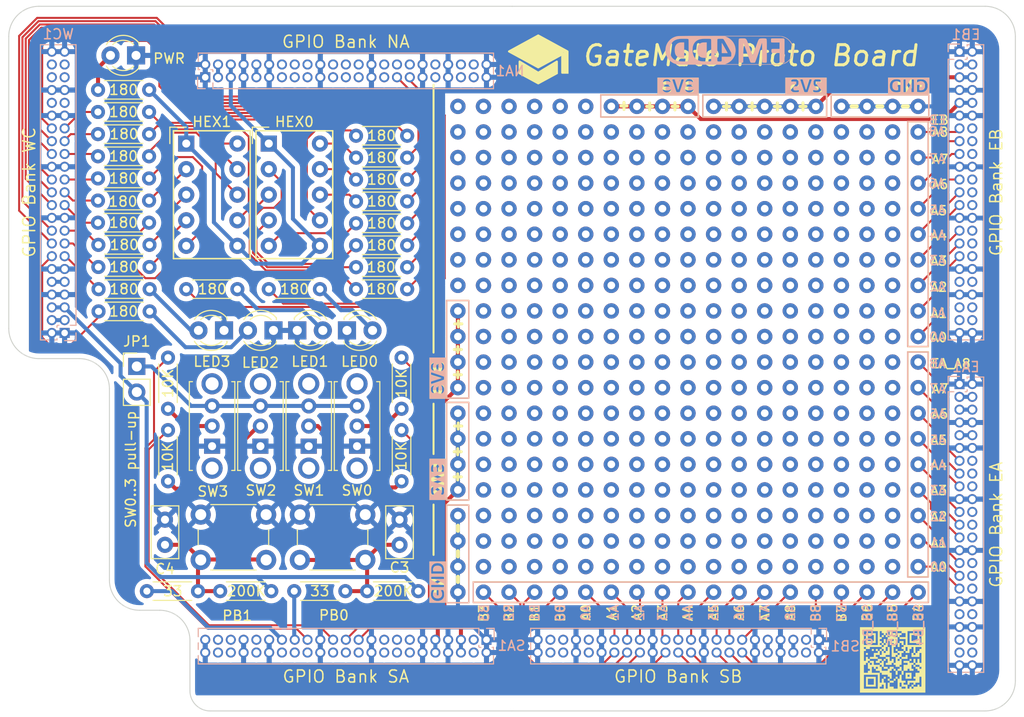
<source format=kicad_pcb>
(kicad_pcb (version 20211014) (generator pcbnew)
  (layers (0 "F.Cu" signal) (31 "B.Cu" signal) (34 "B.Paste" user) (35 "F.Paste" user) (36 "B.SilkS" user "B.Silkscreen") (37 "F.SilkS" user "F.Silkscreen") (38 "B.Mask" user) (39 "F.Mask" user) (44 "Edge.Cuts" user))
  (net 0 "")
  (net 1 "GND")
  (net 2 "/data-in/A0")
  (net 3 "/data-in/F0")
  (net 4 "/data-in/G0")
  (net 5 "/data-in/E0")
  (net 6 "/data-in/D0")
  (net 7 "/data-in/DP0")
  (net 8 "/data-in/C0")
  (net 9 "/data-in/B0")
  (net 10 "Net-(C3-Pad1)")
  (net 11 "Net-(C4-Pad1)")
  (net 12 "Net-(JP1-Pad1)")
  (net 13 "Net-(LED1-Pad2)")
  (net 14 "Net-(LED2-Pad2)")
  (net 15 "Net-(LED3-Pad2)")
  (net 16 "Net-(R5-Pad2)")
  (net 17 "Net-(R6-Pad2)")
  (net 22 "EA_VIO_OUT")
  (net 23 "EA_VIO_IN")
  (net 24 "IO_EA_A8")
  (net 25 "IO_EA_B8")
  (net 26 "IO_EA_A7")
  (net 27 "IO_EA_B7")
  (net 28 "IO_EA_A6")
  (net 29 "IO_EA_B6")
  (net 30 "IO_EA_A5")
  (net 31 "IO_EA_B5")
  (net 32 "IO_EA_A4")
  (net 33 "IO_EA_B4")
  (net 34 "IO_EA_A3")
  (net 35 "IO_EA_B3")
  (net 36 "IO_EA_A2")
  (net 37 "IO_EA_B2")
  (net 38 "IO_EA_A1")
  (net 39 "IO_EA_B1")
  (net 40 "IO_EA_A0")
  (net 41 "IO_EA_B0")
  (net 42 "CLK3_OUT")
  (net 43 "CLK2_OUT")
  (net 44 "RST_OUT")
  (net 45 "RST_IN")
  (net 46 "CFG_FAIL")
  (net 47 "CFG_OK")
  (net 48 "IO_EB_A8")
  (net 49 "IO_EB_B8")
  (net 50 "IO_EB_A7")
  (net 51 "IO_EB_B7")
  (net 52 "IO_EB_A6")
  (net 53 "IO_EB_B6")
  (net 54 "IO_EB_A5")
  (net 55 "IO_EB_B5")
  (net 56 "IO_EB_A4")
  (net 57 "IO_EB_B4")
  (net 58 "IO_EB_A3")
  (net 59 "IO_EB_B3")
  (net 60 "IO_EB_A2")
  (net 61 "IO_EB_B2")
  (net 62 "IO_EB_A1")
  (net 63 "IO_EB_B1")
  (net 64 "IO_EB_A0")
  (net 65 "IO_EB_B0")
  (net 66 "IO_NA_A0")
  (net 67 "IO_NA_B0")
  (net 68 "IO_NA_A1")
  (net 69 "IO_NA_B1")
  (net 70 "IO_NA_A2")
  (net 71 "IO_NA_B2")
  (net 72 "IO_NA_A3")
  (net 73 "IO_NA_B3")
  (net 74 "IO_NA_A4")
  (net 75 "IO_NA_B4")
  (net 76 "IO_NA_A5")
  (net 77 "IO_NA_B5")
  (net 78 "IO_NA_A6")
  (net 79 "IO_NA_B6")
  (net 80 "IO_NA_A7")
  (net 81 "IO_NA_B7")
  (net 82 "IO_NA_A8")
  (net 83 "IO_NA_B8")
  (net 84 "VIO_2V5")
  (net 85 "IO_SA_A8")
  (net 86 "IO_SA_B8")
  (net 87 "IO_SA_A7")
  (net 88 "IO_SA_B7")
  (net 89 "IO_SA_A6")
  (net 90 "IO_SA_B6")
  (net 91 "IO_SA_A5")
  (net 92 "IO_SA_B5")
  (net 93 "IO_SA_A4")
  (net 94 "IO_SA_B4")
  (net 95 "IO_SA_A3")
  (net 96 "IO_SA_B3")
  (net 97 "IO_SA_A2")
  (net 98 "IO_SA_B2")
  (net 99 "IO_SA_A1")
  (net 100 "IO_SA_B1")
  (net 101 "IO_SA_A0")
  (net 102 "IO_SA_B0")
  (net 103 "IO_SB_A8")
  (net 104 "IO_SB_B8")
  (net 105 "IO_SB_A7")
  (net 106 "IO_SB_B7")
  (net 107 "IO_SB_A6")
  (net 108 "IO_SB_B6")
  (net 109 "IO_SB_A5")
  (net 110 "IO_SB_B5")
  (net 111 "IO_SB_A4")
  (net 112 "IO_SB_B4")
  (net 113 "IO_SB_A3")
  (net 114 "IO_SB_B3")
  (net 115 "IO_SB_A2")
  (net 116 "IO_SB_B2")
  (net 117 "IO_SB_A1")
  (net 118 "IO_SB_B1")
  (net 119 "IO_SB_A0")
  (net 120 "IO_SB_B0")
  (net 121 "IO_WC_A0")
  (net 122 "IO_WC_A1")
  (net 123 "IO_WC_A2")
  (net 124 "IO_WC_A3")
  (net 125 "IO_WC_A4")
  (net 126 "IO_WC_A5")
  (net 127 "IO_WC_A6")
  (net 128 "IO_WC_A7")
  (net 129 "IO_WC_A8")
  (net 130 "IO_WC_B0")
  (net 131 "IO_WC_B1")
  (net 132 "IO_WC_B2")
  (net 133 "IO_WC_B3")
  (net 134 "IO_WC_B4")
  (net 135 "IO_WC_B5")
  (net 136 "IO_WC_B7")
  (net 137 "NA_VIO_2V5")
  (net 138 "WC_VIO_2V5")
  (net 139 "IO_WC_B8")
  (net 140 "IO_WC_B6")
  (net 141 "+3V3")
  (net 142 "Net-(R7-Pad2)")
  (net 143 "Net-(R8-Pad2)")
  (net 144 "EB_VIO_OUT")
  (net 145 "EB_VIO_IN")
  (net 146 "NA_VIO_OUT")
  (net 147 "WC_VIO_OUT")
  (net 148 "Net-(LED10-Pad2)")
  (net 149 "/data-in/A1")
  (net 150 "/data-in/F1")
  (net 151 "/data-in/G1")
  (net 152 "/data-in/E1")
  (net 153 "/data-in/D1")
  (net 154 "/data-in/DP1")
  (net 155 "/data-in/C1")
  (net 156 "/data-in/B1")
  (net 157 "Net-(LED0-Pad2)")
  (footprint "LED_THT:LED_D3.0mm" (layer "F.Cu") (at 116.3 82.2 180)
    (fp_text reference "LED2")
    (fp_text value "SMD0402")
  )
  (footprint "Resistor_THT:R_Axial_DIN0204_L3.6mm_D1.6mm_P5.08mm_Horizontal" (layer "F.Cu") (at 103.94 64.9 180)
    (fp_text reference "R31")
    (fp_text value "180")
  )
  (footprint "FM4DD:Label_GND" (layer "F.Cu") (at 179.4 57.9)
    (fp_text reference "LB33" hide)
    (fp_text value "Label_GND" hide)
  )
  (footprint "Resistor_THT:R_Axial_DIN0204_L3.6mm_D1.6mm_P5.08mm_Horizontal" (layer "F.Cu") (at 124.5 62.86)
    (fp_text reference "R21")
    (fp_text value "180")
  )
  (footprint "Resistor_THT:R_Axial_DIN0204_L3.6mm_D1.6mm_P5.08mm_Horizontal" (layer "F.Cu") (at 103.98 75.9 180)
    (fp_text reference "R36")
    (fp_text value "180")
  )
  (footprint "FM4DD:Label_GND" (layer "F.Cu") (at 132.6 107.2 90)
    (fp_text reference "LB3" hide)
    (fp_text value "Label_GND" hide)
  )
  (footprint "Resistor_THT:R_Axial_DIN0204_L3.6mm_D1.6mm_P5.08mm_Horizontal" (layer "F.Cu") (at 103.98 73.7 180)
    (fp_text reference "R35")
    (fp_text value "180")
  )
  (footprint "Button_Switch_THT:SW_PUSH_6mm" (layer "F.Cu") (at 118.9204 100.5)
    (fp_text reference "PB0")
    (fp_text value "SW_Push")
  )
  (footprint "FM4DD:Label_3V3" (layer "F.Cu") (at 132.6 86.94 90)
    (fp_text reference "LB7" hide)
    (fp_text value "Label_3V3" hide)
  )
  (footprint "Resistor_THT:R_Axial_DIN0204_L3.6mm_D1.6mm_P5.08mm_Horizontal" (layer "F.Cu") (at 103.95 58.3 180)
    (fp_text reference "R37")
    (fp_text value "180")
  )
  (footprint "Resistor_THT:R_Axial_DIN0204_L3.6mm_D1.6mm_P5.08mm_Horizontal" (layer "F.Cu") (at 103.94 60.5 180)
    (fp_text reference "R29")
    (fp_text value "180")
  )
  (footprint "FM4DD:Proto_Pad_Array_19x20" (layer "F.Cu") (at 157.48 84.074)
    (fp_text reference "H1")
    (fp_text value "Proto_Pads_19x20")
  )
  (footprint "Resistor_THT:R_Axial_DIN0204_L3.6mm_D1.6mm_P5.08mm_Horizontal" (layer "F.Cu") (at 124.5 65.04)
    (fp_text reference "R22")
    (fp_text value "180")
  )
  (footprint "Resistor_THT:R_Axial_DIN0204_L3.6mm_D1.6mm_P5.08mm_Horizontal" (layer "F.Cu") (at 129.0204 84.905 -90)
    (fp_text reference "R5")
    (fp_text value "10K")
  )
  (footprint "Resistor_THT:R_Axial_DIN0204_L3.6mm_D1.6mm_P5.08mm_Horizontal" (layer "F.Cu") (at 124.5 71.56)
    (fp_text reference "R25")
    (fp_text value "180")
  )
  (footprint "Capacitor_THT:C_Disc_D5.0mm_W2.5mm_P2.50mm" (layer "F.Cu") (at 128.8204 103.5 90)
    (fp_text reference "C3")
    (fp_text value "1u")
  )
  (footprint "Resistor_THT:R_Axial_DIN0204_L3.6mm_D1.6mm_P5.08mm_Horizontal" (layer "F.Cu") (at 111 108.1)
    (fp_text reference "R10")
    (fp_text value "200K")
  )
  (footprint "LED_THT:LED_D3.0mm" (layer "F.Cu") (at 123.6 82.2)
    (fp_text reference "LED0")
    (fp_text value "SMD0402")
  )
  (footprint "Resistor_THT:R_Axial_DIN0204_L3.6mm_D1.6mm_P5.08mm_Horizontal" (layer "F.Cu") (at 124.5 67.21)
    (fp_text reference "R23")
    (fp_text value "180")
  )
  (footprint "Resistor_THT:R_Axial_DIN0204_L3.6mm_D1.6mm_P5.08mm_Horizontal" (layer "F.Cu") (at 124.5 78.1)
    (fp_text reference "R28")
    (fp_text value "180")
  )
  (footprint "Capacitor_THT:C_Disc_D5.0mm_W2.5mm_P2.50mm" (layer "F.Cu") (at 105.5204 103.5 90)
    (fp_text reference "C4")
    (fp_text value "1u")
  )
  (footprint "Button_Switch_THT:SW_PUSH_6mm" (layer "F.Cu") (at 109.0704 100.5)
    (fp_text reference "PB1")
    (fp_text value "SW_Push" hide)
  )
  (footprint "LED_THT:LED_D3.0mm" (layer "F.Cu") (at 111.385 82.2 180)
    (fp_text reference "LED3")
    (fp_text value "SMD0402")
  )
  (footprint "Resistor_THT:R_Axial_DIN0204_L3.6mm_D1.6mm_P5.08mm_Horizontal" (layer "F.Cu") (at 103.94 69.3 180)
    (fp_text reference "R33")
    (fp_text value "180")
  )
  (footprint "FM4DD:Label_2V5" (layer "F.Cu") (at 132.6 97 90)
    (fp_text reference "LB2" hide)
    (fp_text value "Label_2V5" hide)
  )
  (footprint "Display_7Segment:HDSP-7401" (layer "F.Cu") (at 115.833 63.63725)
    (fp_text reference "HEX0")
    (fp_text value "7SEG_HDSP_7501")
  )
  (footprint "Resistor_THT:R_Axial_DIN0204_L3.6mm_D1.6mm_P5.08mm_Horizontal" (layer "F.Cu") (at 124.5 73.74)
    (fp_text reference "R26")
    (fp_text value "180")
  )
  (footprint "Resistor_THT:R_Axial_DIN0204_L3.6mm_D1.6mm_P5.08mm_Horizontal" (layer "F.Cu") (at 124.5 75.92)
    (fp_text reference "R27")
    (fp_text value "180")
  )
  (footprint "Resistor_THT:R_Axial_DIN0204_L3.6mm_D1.6mm_P5.08mm_Horizontal" (layer "F.Cu") (at 124.5 69.38)
    (fp_text reference "R24")
    (fp_text value "180")
  )
  (footprint "qr:gm-proto-e1-qrcode" (layer "F.Cu") (at 177.81 114.93)
    (fp_text reference "G***" hide)
    (fp_text value "LOGO" hide)
  )
  (footprint "FM4DD:SlideSW_SS12-D01" (layer "F.Cu") (at 115 91.7)
    (fp_text reference "SW2")
    (fp_text value "SW_SPDT")
  )
  (footprint "Resistor_THT:R_Axial_DIN0204_L3.6mm_D1.6mm_P5.08mm_Horizontal" (layer "F.Cu") (at 125.6 108.1)
    (fp_text reference "R9")
    (fp_text value "200K")
  )
  (footprint "Resistor_THT:R_Axial_DIN0204_L3.6mm_D1.6mm_P5.08mm_Horizontal" (layer "F.Cu") (at 98.92 78.1)
    (fp_text reference "R4")
    (fp_text value "180")
  )
  (footprint "LED_THT:LED_D3.0mm" (layer "F.Cu") (at 118.66 82.2)
    (fp_text reference "LED1")
    (fp_text value "SMD0402")
  )
  (footprint "FM4DD:Label_3V3" (layer "F.Cu") (at 156.49 57.9)
    (fp_text reference "LB5" hide)
    (fp_text value "Label_3V3" hide)
  )
  (footprint "Connector_PinHeader_2.54mm:PinHeader_1x02_P2.54mm_Vertical" (layer "F.Cu") (at 102.72 85.78)
    (fp_text reference "JP1")
    (fp_text value "Jumper")
  )
  (footprint "Resistor_THT:R_Axial_DIN0204_L3.6mm_D1.6mm_P5.08mm_Horizontal" (layer "F.Cu") (at 103.94 71.5 180)
    (fp_text reference "R34")
    (fp_text value "180")
  )
  (footprint "Resistor_THT:R_Axial_DIN0204_L3.6mm_D1.6mm_P5.08mm_Horizontal" (layer "F.Cu") (at 115.833 78.1)
    (fp_text reference "R1")
    (fp_text value "180")
  )
  (footprint "Resistor_THT:R_Axial_DIN0204_L3.6mm_D1.6mm_P5.08mm_Horizontal" (layer "F.Cu") (at 123.44 108.1 180)
    (fp_text reference "R11")
    (fp_text value "33")
  )
  (footprint "Resistor_THT:R_Axial_DIN0204_L3.6mm_D1.6mm_P5.08mm_Horizontal" (layer "F.Cu") (at 103.94 67.1 180)
    (fp_text reference "R32")
    (fp_text value "180")
  )
  (footprint "Resistor_THT:R_Axial_DIN0204_L3.6mm_D1.6mm_P5.08mm_Horizontal" (layer "F.Cu") (at 105.8204 92.105 -90)
    (fp_text reference "R7")
    (fp_text value "10K")
  )
  (footprint "FM4DD:SlideSW_SS12-D01" (layer "F.Cu") (at 110.2 91.7)
    (fp_text reference "SW3")
    (fp_text value "SW_SPDT")
  )
  (footprint "Resistor_THT:R_Axial_DIN0204_L3.6mm_D1.6mm_P5.08mm_Horizontal" (layer "F.Cu") (at 107.6325 78.1)
    (fp_text reference "R2")
    (fp_text value "180")
  )
  (footprint "FM4DD:SlideSW_SS12-D01" (layer "F.Cu") (at 119.8 91.7)
    (fp_text reference "SW1")
    (fp_text value "SW_SPDT")
  )
  (footprint "FM4DD:SlideSW_SS12-D01" (layer "F.Cu") (at 124.6 91.7)
    (fp_text reference "SW0")
    (fp_text value "SW_SPDT")
  )
  (footprint "Resistor_THT:R_Axial_DIN0204_L3.6mm_D1.6mm_P5.08mm_Horizontal" (layer "F.Cu") (at 108.8 108.1 180)
    (fp_text reference "R12")
    (fp_text value "33")
  )
  (footprint "LED_THT:LED_D3.0mm" (layer "F.Cu") (at 102.645 54.88 180)
    (fp_text reference "LED10")
    (fp_text value "SMD0402")
  )
  (footprint "Resistor_THT:R_Axial_DIN0204_L3.6mm_D1.6mm_P5.08mm_Horizontal" (layer "F.Cu") (at 129.0204 92.105 -90)
    (fp_text reference "R6")
    (fp_text value "10K")
  )
  (footprint "Resistor_THT:R_Axial_DIN0204_L3.6mm_D1.6mm_P5.08mm_Horizontal" (layer "F.Cu") (at 105.8204 84.905 -90)
    (fp_text reference "R8")
    (fp_text value "10K")
  )
  (footprint "Resistor_THT:R_Axial_DIN0204_L3.6mm_D1.6mm_P5.08mm_Horizontal" (layer "F.Cu") (at 103.94 62.7 180)
    (fp_text reference "R30")
    (fp_text value "180")
  )
  (footprint "FM4DD:Label_2V5" (layer "F.Cu") (at 169.2 57.9)
    (fp_text reference "LB25" hide)
    (fp_text value "Label_2V5" hide)
  )
  (footprint "Display_7Segment:HDSP-7401" (layer "F.Cu") (at 107.6325 63.63725)
    (fp_text reference "HEX1")
    (fp_text value "7SEG_HDSP_7501")
  )
  (footprint "Resistor_THT:R_Axial_DIN0204_L3.6mm_D1.6mm_P5.08mm_Horizontal" (layer "F.Cu") (at 98.92 80.31)
    (fp_text reference "R3")
    (fp_text value "180")
  )
  (footprint "FM4DD:PinHeader_2x23_P1.27_backside" (layer "B.Cu") (at 94.915 68.48)
    (fp_text reference "WC1")
    (fp_text value "Hdr_2x23_P1.27")
  )
  (footprint "FM4DD:Label_3V3" (layer "B.Cu") (at 156.49 57.9 180)
    (fp_text reference "LB6" hide)
    (fp_text value "Label_3V3" hide)
  )
  (footprint "FM4DD:Label_2V5" (layer "B.Cu") (at 132.6 97 90)
    (fp_text reference "LB21" hide)
    (fp_text value "Label_2V5" hide)
  )
  (footprint "FM4DD:PinHeader_2x23_P1.27_backside" (layer "B.Cu") (at 123.49 56.415 -90)
    (fp_text reference "NA1")
    (fp_text value "Hdr_2x23_P1.27")
  )
  (footprint "FM4DD:PinHeader_2x23_P1.27_backside" (layer "B.Cu") (at 156.51 113.565 90)
    (fp_text reference "SB1")
    (fp_text value "Hdr_2x23_P1.27")
  )
  (footprint "FM4DD:Label_2V5" (layer "B.Cu") (at 169.2 57.9 180)
    (fp_text reference "LB25" hide)
    (fp_text value "Label_2V5" hide)
  )
  (footprint "FM4DD:PinHeader_2x23_P1.27_backside" (layer "B.Cu") (at 123.49 113.565 90)
    (fp_text reference "SA1")
    (fp_text value "Hdr_2x23_P1.27")
  )
  (footprint "FM4DD:PinHeader_2x23_P1.27_backside" (layer "B.Cu") (at 185.085 101.5 180)
    (fp_text reference "EA1")
    (fp_text value "Hdr_2x23_P1.27")
  )
  (footprint "FM4DD:Label_GND" (layer "B.Cu") (at 179.4 57.9 180)
    (fp_text reference "LB33" hide)
    (fp_text value "Label_GND" hide)
  )
  (footprint "FM4DD:Label_3V3" (layer "B.Cu") (at 132.6 86.94 -90)
    (fp_text reference "LB8" hide)
    (fp_text value "Label_3V3" hide)
  )
  (footprint "FM4DD:PinHeader_2x23_P1.27_backside" (layer "B.Cu") (at 185.085 68.48 180)
    (fp_text reference "EB1")
    (fp_text value "Hdr_2x23_P1.27")
  )
  (footprint "FM4DD:Logo_FM4DD_5mm_SScr" (layer "B.Cu") (at 161.835618 54.317479 180)
    (fp_text reference "LB4" hide)
    (fp_text value "Logo_FM4DD_5mm" hide)
  )
  (footprint "FM4DD:Label_GND" (layer "B.Cu") (at 132.6 107.2 90)
    (fp_text reference "LB31" hide)
    (fp_text value "Label_GND" hide)
  )
  (gr_rect (start 179.3 83.8) (end 181.332 61.448) (layer "B.SilkS") (width 0.15) (fill none))
  (gr_rect (start 135.7 109.25) (end 133.5 99.55) (layer "B.SilkS") (width 0.15) (fill none))
  (gr_rect (start 158.51 58.8) (end 148.81 61) (layer "B.SilkS") (width 0.15) (fill none))
  (gr_rect (start 135.7 88.93) (end 133.5 79.23) (layer "B.SilkS") (width 0.15) (fill none))
  (gr_rect (start 179.3 106.7) (end 181.332 84.348) (layer "B.SilkS") (width 0.15) (fill none))
  (gr_rect (start 136.144 109.232) (end 181.356 107.2) (layer "B.SilkS") (width 0.15) (fill none))
  (gr_rect (start 171.25 58.8) (end 158.95 61) (layer "B.SilkS") (width 0.15) (fill none))
  (gr_rect (start 135.7 99.05) (end 133.5 89.35) (layer "B.SilkS") (width 0.15) (fill none))
  (gr_rect (start 181.4 58.8) (end 171.7 61) (layer "B.SilkS") (width 0.15) (fill none))
  (gr_line (start 134.62 102.108) (end 134.62 101.6) (layer "F.SilkS") (width 0.4))
  (gr_line (start 153.67 60.3) (end 153.67 59.6) (layer "F.SilkS") (width 0.3))
  (gr_line (start 179.324 59.944) (end 178.816 59.944) (layer "F.SilkS") (width 0.4))
  (gr_line (start 161.3 59.6) (end 161.3 60.3) (layer "F.SilkS") (width 0.3))
  (gr_rect (start 171.25 61) (end 158.95 58.8) (layer "F.SilkS") (width 0.15) (fill none))
  (gr_line (start 161 59.95) (end 161.6 59.95) (layer "F.SilkS") (width 0.3))
  (gr_line (start 134.31 81.55) (end 135.01 81.55) (layer "F.SilkS") (width 0.3))
  (gr_rect (start 136.144 107.188) (end 181.356 109.22) (layer "F.SilkS") (width 0.15) (fill none))
  (gr_rect (start 181.4 61) (end 171.7 58.8) (layer "F.SilkS") (width 0.15) (fill none))
  (gr_line (start 134.26 86.6) (end 134.96 86.6) (layer "F.SilkS") (width 0.3))
  (gr_line (start 134.25 94.25) (end 134.95 94.25) (layer "F.SilkS") (width 0.3))
  (gr_line (start 134.61 86.9) (end 134.61 86.3) (layer "F.SilkS") (width 0.3))
  (gr_rect (start 135.7 79.23) (end 133.5 88.93) (layer "F.SilkS") (width 0.15) (fill none))
  (gr_line (start 163.85 59.6) (end 163.85 60.3) (layer "F.SilkS") (width 0.3))
  (gr_line (start 134.62 104.648) (end 134.62 104.14) (layer "F.SilkS") (width 0.4))
  (gr_line (start 166.35 59.6) (end 166.35 60.3) (layer "F.SilkS") (width 0.3))
  (gr_line (start 156.5 59.95) (end 155.9 59.95) (layer "F.SilkS") (width 0.3))
  (gr_line (start 168.9 59.6) (end 168.9 60.3) (layer "F.SilkS") (width 0.3))
  (gr_rect (start 179.324 84.328) (end 181.356 106.68) (layer "F.SilkS") (width 0.15) (fill none))
  (gr_line (start 134.3 91.7) (end 135 91.7) (layer "F.SilkS") (width 0.3))
  (gr_line (start 163.55 59.95) (end 164.15 59.95) (layer "F.SilkS") (width 0.3))
  (gr_rect (start 135.7 99.55) (end 133.5 109.25) (layer "F.SilkS") (width 0.15) (fill none))
  (gr_line (start 134.61 84.4) (end 134.61 83.8) (layer "F.SilkS") (width 0.3))
  (gr_line (start 132.2 94.48) (end 132.2 89.48) (layer "F.SilkS") (width 0.2))
  (gr_line (start 151.42 59.9) (end 150.82 59.9) (layer "F.SilkS") (width 0.3))
  (gr_line (start 132.2 84.4) (end 132.2 57.8) (layer "F.SilkS") (width 0.2))
  (gr_line (start 156.18 60.29) (end 156.18 59.59) (layer "F.SilkS") (width 0.3))
  (gr_line (start 134.62 107.188) (end 134.62 106.68) (layer "F.SilkS") (width 0.4))
  (gr_line (start 134.65 92) (end 134.65 91.4) (layer "F.SilkS") (width 0.3))
  (gr_line (start 166.05 59.95) (end 166.65 59.95) (layer "F.SilkS") (width 0.3))
  (gr_line (start 134.26 84.1) (end 134.96 84.1) (layer "F.SilkS") (width 0.3))
  (gr_line (start 134.6 94.55) (end 134.6 93.95) (layer "F.SilkS") (width 0.3))
  (gr_line (start 153.97 59.95) (end 153.37 59.95) (layer "F.SilkS") (width 0.3))
  (gr_line (start 132.2 104.5) (end 132.2 99.5) (layer "F.SilkS") (width 0.2))
  (gr_line (start 134.66 81.85) (end 134.66 81.25) (layer "F.SilkS") (width 0.3))
  (gr_line (start 134.6 97.05) (end 134.6 96.45) (layer "F.SilkS") (width 0.3))
  (gr_poly (pts (xy 145.510416 54.483334) (xy 144.98125 54.483334) (xy 144.98125 54.77197) (xy 142.6 56.070834) (xy 139.689583 54.483334) (xy 142.6 52.895834)) (layer "F.SilkS") (width 0.2) (fill solid))
  (gr_line (start 134.25 96.75) (end 134.95 96.75) (layer "F.SilkS") (width 0.3))
  (gr_line (start 168.6 59.95) (end 169.2 59.95) (layer "F.SilkS") (width 0.3))
  (gr_rect (start 179.324 61.468) (end 181.356 83.82) (layer "F.SilkS") (width 0.15) (fill none))
  (gr_rect (start 135.7 89.35) (end 133.5 99.05) (layer "F.SilkS") (width 0.15) (fill none))
  (gr_line (start 151.12 60.25) (end 151.12 59.55) (layer "F.SilkS") (width 0.3))
  (gr_rect (start 158.51 61) (end 148.81 58.8) (layer "F.SilkS") (width 0.15) (fill none))
  (gr_poly (pts (xy 145.510416 56.6) (xy 144.98125 56.6) (xy 144.98125 54.77197) (xy 145.510416 54.483334)) (layer "F.SilkS") (width 0.2) (fill solid))
  (gr_line (start 174.244 59.944) (end 173.736 59.944) (layer "F.SilkS") (width 0.4))
  (gr_line (start 176.784 59.944) (end 176.276 59.944) (layer "F.SilkS") (width 0.4))
  (gr_poly (pts (xy 144.452083 56.652917) (xy 142.6 57.658334) (xy 140.747917 56.652917) (xy 140.747917 55.488751) (xy 142.6 56.6) (xy 144.452083 55.488751)) (layer "F.SilkS") (width 0.2) (fill solid))
  (gr_line (start 108 118) (end 108 113) (layer "Edge.Cuts") (width 0.1))
  (gr_line (start 140 120) (end 110 120) (layer "Edge.Cuts") (width 0.1))
  (gr_line (start 140 50) (end 93 50) (layer "Edge.Cuts") (width 0.1))
  (gr_line (start 140 120) (end 187 120) (layer "Edge.Cuts") (width 0.1))
  (gr_arc (start 105 110) (mid 107.12132 110.87868) (end 108 113) (layer "Edge.Cuts") (width 0.1))
  (gr_line (start 93 85) (end 97 85) (layer "Edge.Cuts") (width 0.1))
  (gr_line (start 190 117.01) (end 190 53) (layer "Edge.Cuts") (width 0.1))
  (gr_line (start 90 53) (end 90 82) (layer "Edge.Cuts") (width 0.1))
  (gr_arc (start 103 110) (mid 100.87868 109.12132) (end 100 107) (layer "Edge.Cuts") (width 0.1))
  (gr_arc (start 110 120) (mid 108.585786 119.414214) (end 108 118) (layer "Edge.Cuts") (width 0.1))
  (gr_arc (start 190 117.01) (mid 189.11703 119.124094) (end 187 120) (layer "Edge.Cuts") (width 0.1))
  (gr_line (start 100 107) (end 100 88) (layer "Edge.Cuts") (width 0.1))
  (gr_line (start 187 50) (end 140 50) (layer "Edge.Cuts") (width 0.1))
  (gr_arc (start 187 50) (mid 189.12132 50.87868) (end 190 53) (layer "Edge.Cuts") (width 0.1))
  (gr_line (start 105 110) (end 103 110) (layer "Edge.Cuts") (width 0.1))
  (gr_arc (start 97 85) (mid 99.12132 85.87868) (end 100 88) (layer "Edge.Cuts") (width 0.1))
  (gr_arc locked (start 93 85) (mid 90.87868 84.12132) (end 90 82) (layer "Edge.Cuts") (width 0.1))
  (gr_arc (start 90 53) (mid 90.87868 50.87868) (end 93 50) (layer "Edge.Cuts") (width 0.1))
  (gr_text "A4" (at 157.49 110.25 -270) (layer "B.SilkS") (effects (font (size 0.9 0.9)) (justify mirror)))
  (gr_text "SB_B4" (at 180.4 111.45 -270) (layer "B.SilkS") (effects (font (size 0.9 0.9)) (justify mirror)))
  (gr_text "A1" (at 150.124 110.25 -270) (layer "B.SilkS") (effects (font (size 0.9 0.9)) (justify mirror)))
  (gr_text "B3" (at 137.25 110.25 -270) (layer "B.SilkS") (effects (font (size 0.9 0.9)) (justify mirror)))
  (gr_text "A0" (at 182.3 105.7) (layer "B.SilkS") (effects (font (size 0.9 0.9)) (justify mirror)))
  (gr_text "B2" (at 139.7 110.22 -270) (layer "B.SilkS") (effects (font (size 0.9 0.9)) (justify mirror)))
  (gr_text "A7" (at 182.3 88) (layer "B.SilkS") (effects (font (size 0.9 0.9)) (justify mirror)))
  (gr_text "B7" (at 172.75 110.23 -270) (layer "B.SilkS") (effects (font (size 0.9 0.9)) (justify mirror)))
  (gr_text "EB" (at 182.25 61.3) (layer "B.SilkS") (effects (font (size 0.9 0.9)) (justify mirror)))
  (gr_text "A5" (at 182.3 93.1) (layer "B.SilkS") (effects (font (size 0.9 0.9)) (justify mirror)))
  (gr_text "A4" (at 182.3 95.6) (layer "B.SilkS") (effects (font (size 0.9 0.9)) (justify mirror)))
  (gr_text "A0" (at 182.25 82.85) (layer "B.SilkS") (effects (font (size 0.9 0.9)) (justify mirror)))
  (gr_text "A1" (at 182.3 103.3) (layer "B.SilkS") (effects (font (size 0.9 0.9)) (justify mirror)))
  (gr_text "A2" (at 152.664 110.25 -270) (layer "B.SilkS") (effects (font (size 0.9 0.9)) (justify mirror)))
  (gr_text "A1" (at 182.25 80.45) (layer "B.SilkS") (effects (font (size 0.9 0.9)) (justify mirror)))
  (gr_text "B8" (at 170.19 110.25 -270) (layer "B.SilkS") (effects (font (size 0.9 0.9)) (justify mirror)))
  (gr_text "B1" (at 142.25 110.25 -270) (layer "B.SilkS") (effects (font (size 0.9 0.9)) (justify mirror)))
  (gr_text "A0" (at 147.33 110.25 -270) (layer "B.SilkS") (effects (font (size 0.9 0.9)) (justify mirror)))
  (gr_text "A6" (at 182.3 90.5) (layer "B.SilkS") (effects (font (size 0.9 0.9)) (justify mirror)))
  (gr_text "SB_B6" (at 175.35 111.45 -270) (layer "B.SilkS") (effects (font (size 0.9 0.9)) (justify mirror)))
  (gr_text "SB_B5" (at 177.8 111.5 -270) (layer "B.SilkS") (effects (font (size 0.9 0.9)) (justify mirror)))
  (gr_text "A7" (at 165.11 110.25 -270) (layer "B.SilkS") (effects (font (size 0.9 0.9)) (justify mirror)))
  (gr_text "A8" (at 182.2 62.45) (layer "B.SilkS") (effects (font (size 0.9 0.9)) (justify mirror)))
  (gr_text "A3" (at 182.25 75.25) (layer "B.SilkS") (effects (font (size 0.9 0.9)) (justify mirror)))
  (gr_text "A2" (at 182.25 77.85) (layer "B.SilkS") (effects (font (size 0.9 0.9)) (justify mirror)))
  (gr_text "A6" (at 162.57 110.25 -270) (layer "B.SilkS") (effects (font (size 0.9 0.9)) (justify mirror)))
  (gr_text "A3" (at 182.3 98.1) (layer "B.SilkS") (effects (font (size 0.9 0.9)) (justify mirror)))
  (gr_text "A4" (at 182.25 72.75) (layer "B.SilkS") (effects (font (size 0.9 0.9)) (justify mirror)))
  (gr_text "A3" (at 154.95 110.25 -270) (layer "B.SilkS") (effects (font (size 0.9 0.9)) (justify mirror)))
  (gr_text "A7" (at 182.25 65.15) (layer "B.SilkS") (effects (font (size 0.9 0.9)) (justify mirror)))
  (gr_text "A5" (at 182.25 70.25) (layer "B.SilkS") (effects (font (size 0.9 0.9)) (justify mirror)))
  (gr_text "B0" (at 144.79 110.25 -270) (layer "B.SilkS") (effects (font (size 0.9 0.9)) (justify mirror)))
  (gr_text "A5" (at 160.03 110.25 -270) (layer "B.SilkS") (effects (font (size 0.9 0.9)) (justify mirror)))
  (gr_text "A8" (at 167.65 110.25 -270) (layer "B.SilkS") (effects (font (size 0.9 0.9)) (justify mirror)))
  (gr_text "A8" (at 182.25 85.5) (layer "B.SilkS") (effects (font (size 0.9 0.9)) (justify mirror)))
  (gr_text "A2" (at 182.3 100.7) (layer "B.SilkS") (effects (font (size 0.9 0.9)) (justify mirror)))
  (gr_text "A6" (at 182.2 67.6) (layer "B.SilkS") (effects (font (size 0.9 0.9)) (justify mirror)))
  (gr_text "B3" (at 137.17 110.29 90) (layer "F.SilkS") (effects (font (size 0.9 0.9))))
  (gr_text "A7" (at 182.5 65.2) (layer "F.SilkS") (effects (font (size 0.9 0.9))))
  (gr_text "A4" (at 182.4 72.8) (layer "F.SilkS") (effects (font (size 0.9 0.9))))
  (gr_text "GPIO Bank WC" (at 92.03 68.48 90) (layer "F.SilkS") (effects (font (size 1.2 1.2))))
  (gr_text "A7" (at 182.5 88) (layer "F.SilkS") (effects (font (size 0.9 0.9))))
  (gr_text "EA_A8" (at 183.6 85.5) (layer "F.SilkS") (effects (font (size 0.9 0.9))))
  (gr_text "A3" (at 182.4 98.1) (layer "F.SilkS") (effects (font (size 0.9 0.9))))
  (gr_text "EB" (at 182.5 61.3) (layer "F.SilkS") (effects (font (size 0.9 0.9))))
  (gr_text "B4" (at 180.34 110.236 90) (layer "F.SilkS") (effects (font (size 0.9 0.9))))
  (gr_text "A1" (at 182.4 80.5) (layer "F.SilkS") (effects (font (size 0.9 0.9))))
  (gr_text "B0" (at 144.8 110.28 90) (layer "F.SilkS") (effects (font (size 0.9 0.9))))
  (gr_text "A1" (at 149.92 110.21 90) (layer "F.SilkS") (effects (font (size 0.9 0.9))))
  (gr_text "B7" (at 172.75 110.31 90) (layer "F.SilkS") (effects (font (size 0.9 0.9))))
  (gr_text "GPIO Bank SB" (at 156.51 116.58) (layer "F.SilkS") (effects (font (size 1.2 1.2))))
  (gr_text "GPIO Bank NA" (at 123.49 53.52) (layer "F.SilkS") (effects (font (size 1.2 1.2))))
  (gr_text "B8" (at 170.18 110.27 90) (layer "F.SilkS") (effects (font (size 0.9 0.9))))
  (gr_text "SW0..3 pull-up" (at 102.12 96.01 90) (layer "F.SilkS") (effects (font (size 1 1))))
  (gr_text "A6" (at 182.5 90.5) (layer "F.SilkS") (effects (font (size 0.9 0.9))))
  (gr_text "A4" (at 182.4 95.6) (layer "F.SilkS") (effects (font (size 0.9 0.9))))
  (gr_text "A3" (at 182.4 75.3) (layer "F.SilkS") (effects (font (size 0.9 0.9))))
  (gr_text "A2" (at 182.4 77.9) (layer "F.SilkS") (effects (font (size 0.9 0.9))))
  (gr_text "A8" (at 167.65 110.23 90) (layer "F.SilkS") (effects (font (size 0.9 0.9))))
  (gr_text "A0" (at 182.4 82.9) (layer "F.SilkS") (effects (font (size 0.9 0.9))))
  (gr_text "A6" (at 162.57 110.22 90) (layer "F.SilkS") (effects (font (size 0.9 0.9))))
  (gr_text "B2" (at 139.7 110.27 90) (layer "F.SilkS") (effects (font (size 0.9 0.9))))
  (gr_text "A8" (at 182.5 62.5) (layer "F.SilkS") (effects (font (size 0.9 0.9))))
  (gr_text "GPIO Bank EB" (at 188.1 68.48 90) (layer "F.SilkS") (effects (font (size 1.2 1.2))))
  (gr_text "B6" (at 175.26 110.236 90) (layer "F.SilkS") (effects (font (size 0.9 0.9))))
  (gr_text "A5" (at 160.03 110.21 90) (layer "F.SilkS") (effects (font (size 0.9 0.9))))
  (gr_text "A6" (at 182.5 67.7) (layer "F.SilkS") (effects (font (size 0.9 0.9))))
  (gr_text "A0" (at 182.4 105.7) (layer "F.SilkS") (effects (font (size 0.9 0.9))))
  (gr_text "A3" (at 154.96 110.22 90) (layer "F.SilkS") (effects (font (size 0.9 0.9))))
  (gr_text "B1" (at 142.26 110.27 90) (layer "F.SilkS") (effects (font (size 0.9 0.9))))
  (gr_text "A2" (at 152.4 110.22 90) (layer "F.SilkS") (effects (font (size 0.9 0.9))))
  (gr_text "A0" (at 147.33 110.21 90) (layer "F.SilkS") (effects (font (size 0.9 0.9))))
  (gr_text "A1" (at 182.4 103.3) (layer "F.SilkS") (effects (font (size 0.9 0.9))))
  (gr_text "GateMate Proto Board" (at 163.7 54.9) (layer "F.SilkS") (effects (font (size 2 2) (thickness 0.3) italic)))
  (gr_text "A5" (at 182.4 70.3) (layer "F.SilkS") (effects (font (size 0.9 0.9))))
  (gr_text "PWR" (at 105.93 55.19) (layer "F.SilkS") (effects (font (size 1 1))))
  (gr_text "GPIO Bank SA" (at 123.49 116.58) (layer "F.SilkS") (effects (font (size 1.2 1.2))))
  (gr_text "A4" (at 157.48 110.26 90) (layer "F.SilkS") (effects (font (size 0.9 0.9))))
  (gr_text "B5" (at 177.8 110.236 90) (layer "F.SilkS") (effects (font (size 0.9 0.9))))
  (gr_text "A7" (at 165.11 110.26 90) (layer "F.SilkS") (effects (font (size 0.9 0.9))))
  (gr_text "A2" (at 182.4 100.7) (layer "F.SilkS") (effects (font (size 0.9 0.9))))
  (gr_text "A5" (at 182.4 93.1) (layer "F.SilkS") (effects (font (size 0.9 0.9))))
  (gr_text "GPIO Bank EA" (at 188.1 101.5 90) (layer "F.SilkS") (effects (font (size 1.2 1.2))))
  (segment (start 137.46 112.93) (end 137.46 114.2) (width 0.4) (layer "B.Cu") (net 1))
  (segment (start 134.62 110.09) (end 137.46 112.93) (width 0.4) (layer "B.Cu") (net 1))
  (segment (start 180.34 59.944) (end 182.494 59.944) (width 0.4) (layer "B.Cu") (net 1))
  (segment (start 134.62 100.584) (end 134.62 108.204) (width 0.4) (layer "B.Cu") (net 1))
  (segment (start 182.494 59.944) (end 183.41 60.86) (width 0.4) (layer "B.Cu") (net 1))
  (segment (start 183.41 60.86) (end 184.45 60.86) (width 0.4) (layer "B.Cu") (net 1))
  (segment (start 172.72 59.944) (end 180.34 59.944) (width 0.4) (layer "B.Cu") (net 1))
  (segment (start 134.62 108.204) (end 134.62 110.09) (width 0.4) (layer "B.Cu") (net 1))
  (segment (start 120.913 63.63725) (end 123.09725 63.63725) (width 0.2) (layer "F.Cu") (net 2))
  (segment (start 123.09725 63.63725) (end 124.5 65.04) (width 0.2) (layer "F.Cu") (net 2))
  (segment (start 117.11 67.45425) (end 117.11 69.27) (width 0.2) (layer "F.Cu") (net 3))
  (segment (start 114.27 71) (end 114.27 74.51) (width 0.2) (layer "F.Cu") (net 3))
  (segment (start 115.833 66.17725) (end 117.11 67.45425) (width 0.2) (layer "F.Cu") (net 3))
  (segment (start 114.27 74.51) (end 115.68 75.92) (width 0.2) (layer "F.Cu") (net 3))
  (segment (start 115.68 75.92) (end 124.5 75.92) (width 0.2) (layer "F.Cu") (net 3))
  (segment (start 115.25 70.02) (end 114.27 71) (width 0.2) (layer "F.Cu") (net 3))
  (segment (start 116.36 70.02) (end 115.25 70.02) (width 0.2) (layer "F.Cu") (net 3))
  (segment (start 117.11 69.27) (end 116.36 70.02) (width 0.2) (layer "F.Cu") (net 3))
  (segment (start 113.943 74.645448) (end 115.544552 76.247) (width 0.2) (layer "F.Cu") (net 4))
  (segment (start 115.544552 76.247) (end 122.647 76.247) (width 0.2) (layer "F.Cu") (net 4))
  (segment (start 113.943 70.60725) (end 113.943 74.645448) (width 0.2) (layer "F.Cu") (net 4))
  (segment (start 115.833 68.71725) (end 113.943 70.60725) (width 0.2) (layer "F.Cu") (net 4))
  (segment (start 122.647 76.247) (end 124.5 78.1) (width 0.2) (layer "F.Cu") (net 4))
  (segment (start 122.647 75.593) (end 124.5 73.74) (width 0.2) (layer "F.Cu") (net 5))
  (segment (start 115.833 71.25725) (end 114.597 72.49325) (width 0.2) (layer "F.Cu") (net 5))
  (segment (start 114.597 72.49325) (end 114.597 74.374552) (width 0.2) (layer "F.Cu") (net 5))
  (segment (start 114.597 74.374552) (end 115.815448 75.593) (width 0.2) (layer "F.Cu") (net 5))
  (segment (start 115.815448 75.593) (end 122.647 75.593) (width 0.2) (layer "F.Cu") (net 5))
  (segment (start 123.52 72.54) (end 124.5 71.56) (width 0.2) (layer "F.Cu") (net 6))
  (segment (start 115.833 73.79725) (end 117.09025 72.54) (width 0.2) (layer "F.Cu") (net 6))
  (segment (start 117.09025 72.54) (end 123.52 72.54) (width 0.2) (layer "F.Cu") (net 6))
  (segment (start 124.5 62.86) (end 123.97 62.33) (width 0.2) (layer "F.Cu") (net 7))
  (segment (start 123.97 62.33) (end 120.46 62.33) (width 0.2) (layer "F.Cu") (net 7))
  (segment (start 119.61 63.18) (end 119.61 69.95425) (width 0.2) (layer "F.Cu") (net 7))
  (segment (start 119.61 69.95425) (end 120.913 71.25725) (width 0.2) (layer "F.Cu") (net 7))
  (segment (start 120.46 62.33) (end 119.61 63.18) (width 0.2) (layer "F.Cu") (net 7))
  (segment (start 123.83725 68.71725) (end 124.5 69.38) (width 0.2) (layer "F.Cu") (net 8))
  (segment (start 120.913 68.71725) (end 123.83725 68.71725) (width 0.2) (layer "F.Cu") (net 8))
  (segment (start 120.913 66.17725) (end 123.46725 66.17725) (width 0.2) (layer "F.Cu") (net 9))
  (segment (start 123.46725 66.17725) (end 124.5 67.21) (width 0.2) (layer "F.Cu") (net 9))
  (segment (start 125.6 105.1846) (end 125.4204 105.005) (width 0.4) (layer "F.Cu") (net 10))
  (segment (start 125.4204 105) (end 126.9204 103.5) (width 0.4) (layer "F.Cu") (net 10))
  (segment (start 123.44 108.1) (end 125.6 108.1) (width 0.4) (layer "F.Cu") (net 10))
  (segment (start 125.4204 105.005) (end 125.4204 105) (width 0.4) (layer "F.Cu") (net 10))
  (segment (start 126.9204 103.5) (end 128.6654 103.5) (width 0.4) (layer "F.Cu") (net 10))
  (segment (start 125.6 108.1) (end 125.6 105.1846) (width 0.4) (layer "F.Cu") (net 10))
  (segment (start 118.9204 105.005) (end 125.4204 105.005) (width 0.4) (layer "F.Cu") (net 10))
  (segment (start 111 108.1) (end 108.8 108.1) (width 0.4) (layer "F.Cu") (net 11))
  (segment (start 109.0704 105) (end 109.0704 104.955) (width 0.4) (layer "F.Cu") (net 11))
  (segment (start 108.8 108.1) (end 108.8 105.2704) (width 0.4) (layer "F.Cu") (net 11))
  (segment (start 109.0704 104.955) (end 115.5704 104.955) (width 0.4) (layer "F.Cu") (net 11))
  (segment (start 107.6154 103.5) (end 105.6654 103.5) (width 0.4) (layer "F.Cu") (net 11))
  (segment (start 109.0704 104.955) (end 107.6154 103.5) (width 0.4) (layer "F.Cu") (net 11))
  (segment (start 108.8 105.2704) (end 109.0704 105) (width 0.4) (layer "F.Cu") (net 11))
  (segment (start 102.72 85.78) (end 104.19 85.78) (width 0.4) (layer "B.Cu") (net 12))
  (segment (start 124.6 89.7) (end 110.2 89.7) (width 0.4) (layer "B.Cu") (net 12))
  (segment (start 108.11 89.7) (end 110.2 89.7) (width 0.4) (layer "B.Cu") (net 12))
  (segment (start 104.19 85.78) (end 108.11 89.7) (width 0.4) (layer "B.Cu") (net 12))
  (segment (start 121.2 82.2) (end 119.19 80.19) (width 0.4) (layer "B.Cu") (net 13))
  (segment (start 119.19 80.19) (end 114.8025 80.19) (width 0.4) (layer "B.Cu") (net 13))
  (segment (start 114.8025 80.19) (end 112.7125 78.1) (width 0.4) (layer "B.Cu") (net 13))
  (segment (start 104 80.31) (end 107.56 83.87) (width 0.4) (layer "B.Cu") (net 14))
  (segment (start 107.56 83.87) (end 112.09 83.87) (width 0.4) (layer "B.Cu") (net 14))
  (segment (start 112.09 83.87) (end 113.76 82.2) (width 0.4) (layer "B.Cu") (net 14))
  (segment (start 104 78.1) (end 108.1 82.2) (width 0.4) (layer "B.Cu") (net 15))
  (segment (start 108.1 82.2) (end 108.845 82.2) (width 0.4) (layer "B.Cu") (net 15))
  (segment (start 127.3054 91.7) (end 129.0204 89.985) (width 0.4) (layer "F.Cu") (net 16))
  (segment (start 124.6 91.7) (end 127.3054 91.7) (width 0.4) (layer "F.Cu") (net 16))
  (segment (start 120.7 91.7) (end 122.1 93.1) (width 0.4) (layer "F.Cu") (net 17))
  (segment (start 119.8 91.7) (end 120.7 91.7) (width 0.4) (layer "F.Cu") (net 17))
  (segment (start 128.4054 97.8) (end 129.0204 97.185) (width 0.4) (layer "F.Cu") (net 17))
  (segment (start 123.3 97.8) (end 128.4054 97.8) (width 0.4) (layer "F.Cu") (net 17))
  (segment (start 122.1 93.1) (end 122.1 96.6) (width 0.4) (layer "F.Cu") (net 17))
  (segment (start 122.1 96.6) (end 123.3 97.8) (width 0.4) (layer "F.Cu") (net 17))
  (segment (start 184.45 88.8) (end 185.72 88.8) (width 0.4) (layer "B.Cu") (net 22))
  (segment (start 184.45 90.07) (end 185.72 90.07) (width 0.4) (layer "B.Cu") (net 23))
  (segment (start 180.34 85.344) (end 183.207 88.211) (width 0.2) (layer "F.Cu") (net 24))
  (segment (start 183.207 88.211) (end 183.207 93.907) (width 0.2) (layer "F.Cu") (net 24))
  (segment (start 183.207 93.907) (end 184.45 95.15) (width 0.2) (layer "F.Cu") (net 24))
  (segment (start 180.34 87.884) (end 182.88 90.424) (width 0.2) (layer "F.Cu") (net 26))
  (segment (start 182.88 94.85) (end 184.45 96.42) (width 0.2) (layer "F.Cu") (net 26))
  (segment (start 182.88 90.424) (end 182.88 94.85) (width 0.2) (layer "F.Cu") (net 26))
  (segment (start 182.518 92.602) (end 182.518 95.758) (width 0.2) (layer "F.Cu") (net 28))
  (segment (start 180.34 90.424) (end 182.518 92.602) (width 0.2) (layer "F.Cu") (net 28))
  (segment (start 182.518 95.758) (end 184.45 97.69) (width 0.2) (layer "F.Cu") (net 28))
  (segment (start 180.34 92.964) (end 182.191 94.815) (width 0.2) (layer "F.Cu") (net 30))
  (segment (start 182.191 97.971) (end 184.45 100.23) (width 0.2) (layer "F.Cu") (net 30))
  (segment (start 182.191 94.815) (end 182.191 97.971) (width 0.2) (layer "F.Cu") (net 30))
  (segment (start 181.864 97.028) (end 181.864 98.914) (width 0.2) (layer "F.Cu") (net 32))
  (segment (start 181.864 98.914) (end 184.45 101.5) (width 0.2) (layer "F.Cu") (net 32))
  (segment (start 180.34 95.504) (end 181.864 97.028) (width 0.2) (layer "F.Cu") (net 32))
  (segment (start 184.45 102.77) (end 181.61 99.93) (width 0.2) (layer "F.Cu") (net 34))
  (segment (start 181.61 99.314) (end 180.34 98.044) (width 0.2) (layer "F.Cu") (net 34))
  (segment (start 181.61 99.93) (end 181.61 99.314) (width 0.2) (layer "F.Cu") (net 34))
  (segment (start 180.34 100.584) (end 181.864 102.108) (width 0.2) (layer "F.Cu") (net 36))
  (segment (start 181.864 102.108) (end 181.864 102.724) (width 0.2) (layer "F.Cu") (net 36))
  (segment (start 181.864 102.724) (end 184.45 105.31) (width 0.2) (layer "F.Cu") (net 36))
  (segment (start 180.994 103.124) (end 180.34 103.124) (width 0.2) (layer "F.Cu") (net 38))
  (segment (start 184.45 106.58) (end 180.994 103.124) (width 0.2) (layer "F.Cu") (net 38))
  (segment (start 182.264 105.664) (end 180.34 105.664) (width 0.2) (layer "F.Cu") (net 40))
  (segment (start 184.45 107.85) (end 182.264 105.664) (width 0.2) (layer "F.Cu") (net 40))
  (segment (start 184.096 62.484) (end 184.45 62.13) (width 0.2) (layer "F.Cu") (net 48))
  (segment (start 180.34 62.484) (end 184.096 62.484) (width 0.2) (layer "F.Cu") (net 48))
  (segment (start 180.34 65.024) (end 181.726 65.024) (width 0.2) (layer "F.Cu") (net 50))
  (segment (start 183.35 63.4) (end 184.45 63.4) (width 0.2) (layer "F.Cu") (net 50))
  (segment (start 181.726 65.024) (end 183.35 63.4) (width 0.2) (layer "F.Cu") (net 50))
  (segment (start 184.45 64.67) (end 183.68 64.67) (width 0.2) (layer "F.Cu") (net 52))
  (segment (start 180.786 67.564) (end 180.34 67.564) (width 0.2) (layer "F.Cu") (net 52))
  (segment (start 183.68 64.67) (end 180.786 67.564) (width 0.2) (layer "F.Cu") (net 52))
  (segment (start 183.234 67.21) (end 184.45 67.21) (width 0.2) (layer "F.Cu") (net 54))
  (segment (start 180.34 70.104) (end 183.234 67.21) (width 0.2) (layer "F.Cu") (net 54))
  (segment (start 180.34 72.644) (end 180.34 72.59) (width 0.4) (layer "F.Cu") (net 56))
  (segment (start 180.34 72.59) (end 184.45 68.48) (width 0.2) (layer "F.Cu") (net 56))
  (segment (start 184.45 69.75) (end 182.3 71.9) (width 0.2) (layer "F.Cu") (net 58))
  (segment (start 182.3 71.9) (end 182.3 73.224) (width 0.2) (layer "F.Cu") (net 58))
  (segment (start 182.3 73.224) (end 180.34 75.184) (width 0.2) (layer "F.Cu") (net 58))
  (segment (start 181.8 74.94) (end 184.45 72.29) (width 0.2) (layer "F.Cu") (net 60))
  (segment (start 180.34 77.724) (end 181.8 76.264) (width 0.2) (layer "F.Cu") (net 60))
  (segment (start 181.8 76.264) (end 181.8 74.94) (width 0.2) (layer "F.Cu") (net 60))
  (segment (start 182.2 75.81) (end 184.45 73.56) (width 0.2) (layer "F.Cu") (net 62))
  (segment (start 180.34 80.264) (end 182.2 78.404) (width 0.2) (layer "F.Cu") (net 62))
  (segment (start 182.2 78.404) (end 182.2 75.81) (width 0.2) (layer "F.Cu") (net 62))
  (segment (start 180.34 82.804) (end 182.7 80.444) (width 0.2) (layer "F.Cu") (net 64))
  (segment (start 182.7 76.58) (end 184.45 74.83) (width 0.2) (layer "F.Cu") (net 64))
  (segment (start 182.7 80.444) (end 182.7 76.58) (width 0.2) (layer "F.Cu") (net 64))
  (segment (start 130.154 58.634) (end 128.57 57.05) (width 0.2) (layer "F.Cu") (net 80))
  (segment (start 132.989 76.888552) (end 132.989 60.989) (width 0.2) (layer "F.Cu") (net 80))
  (segment (start 132.989 60.989) (end 130.634 58.634) (width 0.2) (layer "F.Cu") (net 80))
  (segment (start 130.634 58.634) (end 130.154 58.634) (width 0.2) (layer "F.Cu") (net 80))
  (segment (start 130.334552 79.543) (end 132.989 76.888552) (width 0.2) (layer "F.Cu") (net 80))
  (segment (start 115.833 78.1) (end 117.276 79.543) (width 0.2) (layer "F.Cu") (net 80))
  (segment (start 117.276 79.543) (end 130.334552 79.543) (width 0.2) (layer "F.Cu") (net 80))
  (segment (start 129.84 57.36) (end 129.84 57.05) (width 0.2) (layer "F.Cu") (net 82))
  (segment (start 107.6325 78.1) (end 109.4025 79.87) (width 0.2) (layer "F.Cu") (net 82))
  (segment (start 133.316 60.836) (end 129.84 57.36) (width 0.2) (layer "F.Cu") (net 82))
  (segment (start 130.47 79.87) (end 133.316 77.024) (width 0.2) (layer "F.Cu") (net 82))
  (segment (start 109.4025 79.87) (end 130.47 79.87) (width 0.2) (layer "F.Cu") (net 82))
  (segment (start 133.316 77.024) (end 133.316 60.836) (width 0.2) (layer "F.Cu") (net 82))
  (segment (start 133.28 109.68) (end 133.28 99.384) (width 0.4) (layer "F.Cu") (net 84))
  (segment (start 134.62 98.044) (end 134.62 95.504) (width 0.4) (layer "F.Cu") (net 84))
  (segment (start 134.92 111.32) (end 133.28 109.68) (width 0.4) (layer "F.Cu") (net 84))
  (segment (start 133.28 99.384) (end 134.62 98.044) (width 0.4) (layer "F.Cu") (net 84))
  (segment (start 134.92 112.93) (end 134.92 111.32) (width 0.4) (layer "F.Cu") (net 84))
  (segment (start 134.62 95.504) (end 134.62 92.964) (width 0.4) (layer "F.Cu") (net 84))
  (segment (start 134.62 92.964) (end 134.62 90.424) (width 0.4) (layer "F.Cu") (net 84))
  (segment (start 134.62 95.504) (end 134.62 98.044) (width 0.4) (layer "B.Cu") (net 84))
  (segment (start 134.92 114.2) (end 134.92 112.93) (width 0.4) (layer "B.Cu") (net 84))
  (segment (start 134.62 92.964) (end 134.62 95.504) (width 0.4) (layer "B.Cu") (net 84))
  (segment (start 167.94 114.2) (end 167.94 112.93) (width 0.4) (layer "B.Cu") (net 84))
  (segment (start 134.62 90.424) (end 134.62 92.964) (width 0.4) (layer "B.Cu") (net 84))
  (segment (start 129.972448 111.69) (end 126 111.69) (width 0.2) (layer "F.Cu") (net 91))
  (segment (start 126 111.69) (end 124.76 112.93) (width 0.2) (layer "F.Cu") (net 91))
  (segment (start 132.067 87.9516) (end 132.067 109.595448) (width 0.2) (layer "F.Cu") (net 91))
  (segment (start 132.067 109.595448) (end 129.972448 111.69) (width 0.2) (layer "F.Cu") (net 91))
  (segment (start 129.0204 84.905) (end 132.067 87.9516) (width 0.2) (layer "F.Cu") (net 91))
  (segment (start 125.057 111.363) (end 129.837 111.363) (width 0.2) (layer "F.Cu") (net 93))
  (segment (start 129.837 111.363) (end 131.74 109.46) (width 0.2) (layer "F.Cu") (net 93))
  (segment (start 123.49 112.93) (end 125.057 111.363) (width 0.2) (layer "F.Cu") (net 93))
  (segment (start 131.74 94.8246) (end 129.0204 92.105) (width 0.2) (layer "F.Cu") (net 93))
  (segment (start 131.74 109.46) (end 131.74 94.8246) (width 0.2) (layer "F.Cu") (net 93))
  (segment (start 103.9 105.507552) (end 109.885448 111.493) (width 0.2) (layer "F.Cu") (net 95))
  (segment (start 120.783 111.493) (end 122.22 112.93) (width 0.2) (layer "F.Cu") (net 95))
  (segment (start 109.885448 111.493) (end 120.783 111.493) (width 0.2) (layer "F.Cu") (net 95))
  (segment (start 103.9 94.0254) (end 103.9 105.507552) (width 0.2) (layer "F.Cu") (net 95))
  (segment (start 105.8204 92.105) (end 103.9 94.0254) (width 0.2) (layer "F.Cu") (net 95))
  (segment (start 105.8204 84.905) (end 104.43 86.2954) (width 0.2) (layer "F.Cu") (net 97))
  (segment (start 118.57 111.82) (end 119.68 112.93) (width 0.2) (layer "F.Cu") (net 97))
  (segment (start 104.43 93.032952) (end 103.573 93.889952) (width 0.2) (layer "F.Cu") (net 97))
  (segment (start 104.43 86.2954) (end 104.43 93.032952) (width 0.2) (layer "F.Cu") (net 97))
  (segment (start 103.573 93.889952) (end 103.573 105.643) (width 0.2) (layer "F.Cu") (net 97))
  (segment (start 103.573 105.643) (end 109.75 111.82) (width 0.2) (layer "F.Cu") (net 97))
  (segment (start 109.75 111.82) (end 118.57 111.82) (width 0.2) (layer "F.Cu") (net 97))
  (segment (start 118.36 108.1) (end 118.36 112.88) (width 0.4) (layer "B.Cu") (net 99))
  (segment (start 118.36 112.88) (end 118.41 112.93) (width 0.4) (layer "B.Cu") (net 99))
  (segment (start 115.94 111.73) (end 117.14 112.93) (width 0.4) (layer "B.Cu") (net 101))
  (segment (start 109.83 111.73) (end 115.94 111.73) (width 0.4) (layer "B.Cu") (net 101))
  (segment (start 103.52 108.1) (end 106.2 108.1) (width 0.4) (layer "B.Cu") (net 101))
  (segment (start 106.2 108.1) (end 109.83 111.73) (width 0.4) (layer "B.Cu") (net 101))
  (segment (start 167.586 108.204) (end 167.64 108.204) (width 0.2) (layer "F.Cu") (net 103))
  (segment (start 162.86 112.93) (end 167.586 108.204) (width 0.2) (layer "F.Cu") (net 103))
  (segment (start 171.666 110.96) (end 170.18 109.474) (width 0.2) (layer "F.Cu") (net 104))
  (segment (start 163.98 115.32) (end 170.63 115.32) (width 0.2) (layer "F.Cu") (net 104))
  (segment (start 170.18 109.474) (end 170.18 108.204) (width 0.2) (layer "F.Cu") (net 104))
  (segment (start 170.63 115.32) (end 171.666 114.284) (width 0.2) (layer "F.Cu") (net 104))
  (segment (start 171.666 114.284) (end 171.666 110.96) (width 0.2) (layer "F.Cu") (net 104))
  (segment (start 162.86 114.2) (end 163.98 115.32) (width 0.2) (layer "F.Cu") (net 104))
  (segment (start 161.59 111.714) (end 165.1 108.204) (width 0.2) (layer "F.Cu") (net 105))
  (segment (start 161.59 112.93) (end 161.59 111.714) (width 0.2) (layer "F.Cu") (net 105))
  (segment (start 171.993 110.963) (end 172.72 110.236) (width 0.2) (layer "F.Cu") (net 106))
  (segment (start 172.72 110.236) (end 172.72 108.204) (width 0.2) (layer "F.Cu") (net 106))
  (segment (start 171.993 114.419448) (end 171.993 110.963) (width 0.2) (layer "F.Cu") (net 106))
  (segment (start 163.037 115.647) (end 170.765448 115.647) (width 0.2) (layer "F.Cu") (net 106))
  (segment (start 161.59 114.2) (end 163.037 115.647) (width 0.2) (layer "F.Cu") (net 106))
  (segment (start 170.765448 115.647) (end 171.993 114.419448) (width 0.2) (layer "F.Cu") (net 106))
  (segment (start 160.32 110.444) (end 162.56 108.204) (width 0.2) (layer "F.Cu") (net 107))
  (segment (start 160.32 112.93) (end 160.32 110.444) (width 0.2) (layer "F.Cu") (net 107))
  (segment (start 162.094 115.974) (end 160.32 114.2) (width 0.2) (layer "F.Cu") (net 108))
  (segment (start 172.32 111.144) (end 172.32 114.554896) (width 0.2) (layer "F.Cu") (net 108))
  (segment (start 175.26 108.204) (end 172.32 111.144) (width 0.2) (layer "F.Cu") (net 108))
  (segment (start 172.32 114.554896) (end 170.900896 115.974) (width 0.2) (layer "F.Cu") (net 108))
  (segment (start 170.900896 115.974) (end 162.094 115.974) (width 0.2) (layer "F.Cu") (net 108))
  (segment (start 157.78 112.93) (end 157.79 112.92) (width 0.2) (layer "F.Cu") (net 109))
  (segment (start 157.79 112.92) (end 157.79 110.434) (width 0.2) (layer "F.Cu") (net 109))
  (segment (start 157.79 110.434) (end 160.02 108.204) (width 0.2) (layer "F.Cu") (net 109))
  (segment (start 157.78 114.2) (end 159.881 116.301) (width 0.2) (layer "F.Cu") (net 110))
  (segment (start 172.647 114.690344) (end 172.647 111.279448) (width 0.2) (layer "F.Cu") (net 110))
  (segment (start 173.763448 110.163) (end 175.841 110.163) (width 0.2) (layer "F.Cu") (net 110))
  (segment (start 175.841 110.163) (end 177.8 108.204) (width 0.2) (layer "F.Cu") (net 110))
  (segment (start 172.647 111.279448) (end 173.763448 110.163) (width 0.2) (layer "F.Cu") (net 110))
  (segment (start 159.881 116.301) (end 171.036344 116.301) (width 0.2) (layer "F.Cu") (net 110))
  (segment (start 171.036344 116.301) (end 172.647 114.690344) (width 0.2) (layer "F.Cu") (net 110))
  (segment (start 156.51 112.93) (end 156.51 109.174) (width 0.2) (layer "F.Cu") (net 111))
  (segment (start 156.51 109.174) (end 157.48 108.204) (width 0.2) (layer "F.Cu") (net 111))
  (segment (start 158.938 116.628) (end 156.51 114.2) (width 0.2) (layer "F.Cu") (net 112))
  (segment (start 171.171792 116.628) (end 158.938 116.628) (width 0.2) (layer "F.Cu") (net 112))
  (segment (start 172.974 111.414896) (end 172.974 114.825792) (width 0.2) (layer "F.Cu") (net 112))
  (segment (start 178.054 110.49) (end 173.898896 110.49) (width 0.2) (layer "F.Cu") (net 112))
  (segment (start 173.898896 110.49) (end 172.974 111.414896) (width 0.2) (layer "F.Cu") (net 112))
  (segment (start 172.974 114.825792) (end 171.171792 116.628) (width 0.2) (layer "F.Cu") (net 112))
  (segment (start 180.34 108.204) (end 178.054 110.49) (width 0.2) (layer "F.Cu") (net 112))
  (segment (start 154.94 112.63) (end 155.24 112.93) (width 0.2) (layer "F.Cu") (net 113))
  (segment (start 154.94 108.204) (end 154.94 112.63) (width 0.2) (layer "F.Cu") (net 113))
  (segment (start 140.497 114.984344) (end 141.833656 116.321) (width 0.2) (layer "F.Cu") (net 114))
  (segment (start 153.119 116.321) (end 155.24 114.2) (width 0.2) (layer "F.Cu") (net 114))
  (segment (start 141.833656 116.321) (end 153.119 116.321) (width 0.2) (layer "F.Cu") (net 114))
  (segment (start 137.16 108.204) (end 140.497 111.541) (width 0.2) (layer "F.Cu") (net 114))
  (segment (start 140.497 111.541) (end 140.497 114.984344) (width 0.2) (layer "F.Cu") (net 114))
  (segment (start 152.71 108.514) (end 152.4 108.204) (width 0.2) (layer "F.Cu") (net 115))
  (segment (start 152.71 112.92) (end 152.71 108.514) (width 0.2) (layer "F.Cu") (net 115))
  (segment (start 152.7 112.93) (end 152.71 112.92) (width 0.2) (layer "F.Cu") (net 115))
  (segment (start 140.824 114.848896) (end 140.824 109.328) (width 0.2) (layer "F.Cu") (net 116))
  (segment (start 152.7 114.2) (end 150.906 115.994) (width 0.2) (layer "F.Cu") (net 116))
  (segment (start 140.824 109.328) (end 139.7 108.204) (width 0.2) (layer "F.Cu") (net 116))
  (segment (start 150.906 115.994) (end 141.969104 115.994) (width 0.2) (layer "F.Cu") (net 116))
  (segment (start 141.969104 115.994) (end 140.824 114.848896) (width 0.2) (layer "F.Cu") (net 116))
  (segment (start 151.44 112.92) (end 151.44 109.784) (width 0.2) (layer "F.Cu") (net 117))
  (segment (start 151.43 112.93) (end 151.44 112.92) (width 0.2) (layer "F.Cu") (net 117))
  (segment (start 151.44 109.784) (end 149.86 108.204) (width 0.2) (layer "F.Cu") (net 117))
  (segment (start 149.963 115.667) (end 142.104552 115.667) (width 0.2) (layer "F.Cu") (net 118))
  (segment (start 141.151 114.713448) (end 141.151 109.293) (width 0.2) (layer "F.Cu") (net 118))
  (segment (start 151.43 114.2) (end 149.963 115.667) (width 0.2) (layer "F.Cu") (net 118))
  (segment (start 141.151 109.293) (end 142.24 108.204) (width 0.2) (layer "F.Cu") (net 118))
  (segment (start 142.104552 115.667) (end 141.151 114.713448) (width 0.2) (layer "F.Cu") (net 118))
  (segment (start 150.16 112.93) (end 150.17 112.92) (width 0.2) (layer "F.Cu") (net 119))
  (segment (start 150.17 111.054) (end 147.32 108.204) (width 0.2) (layer "F.Cu") (net 119))
  (segment (start 150.17 112.92) (end 150.17 111.054) (width 0.2) (layer "F.Cu") (net 119))
  (segment (start 141.478 111.506) (end 141.478 114.578) (width 0.2) (layer "F.Cu") (net 120))
  (segment (start 144.78 108.204) (end 141.478 111.506) (width 0.2) (layer "F.Cu") (net 120))
  (segment (start 149.02 115.34) (end 150.16 114.2) (width 0.2) (layer "F.Cu") (net 120))
  (segment (start 141.478 114.578) (end 142.24 115.34) (width 0.2) (layer "F.Cu") (net 120))
  (segment (start 142.24 115.34) (end 149.02 115.34) (width 0.2) (layer "F.Cu") (net 120))
  (segment (start 95.56 74.83) (end 95.65 74.83) (width 0.2) (layer "F.Cu") (net 121))
  (segment (start 95.65 74.83) (end 98.92 78.1) (width 0.2) (layer "F.Cu") (net 121))
  (segment (start 98.707552 75.9) (end 98.9 75.9) (width 0.2) (layer "F.Cu") (net 122))
  (segment (start 96.367552 73.56) (end 98.707552 75.9) (width 0.2) (layer "F.Cu") (net 122))
  (segment (start 95.55 73.56) (end 96.367552 73.56) (width 0.2) (layer "F.Cu") (net 122))
  (segment (start 97.49 72.29) (end 95.55 72.29) (width 0.2) (layer "F.Cu") (net 123))
  (segment (start 98.9 73.7) (end 97.49 72.29) (width 0.2) (layer "F.Cu") (net 123))
  (segment (start 98.86 71.5) (end 97.3 71.5) (width 0.2) (layer "F.Cu") (net 124))
  (segment (start 97.3 71.5) (end 95.55 69.75) (width 0.2) (layer "F.Cu") (net 124))
  (segment (start 96.37 69.3) (end 95.55 68.48) (width 0.2) (layer "F.Cu") (net 125))
  (segment (start 97.3 69.3) (end 96.37 69.3) (width 0.2) (layer "F.Cu") (net 125))
  (segment (start 98.6555 69.3) (end 97.1895 69.3) (width 0.2) (layer "F.Cu") (net 125))
  (segment (start 95.55 67.21) (end 98.75 67.21) (width 0.2) (layer "F.Cu") (net 126))
  (segment (start 98.75 67.21) (end 98.86 67.1) (width 0.2) (layer "F.Cu") (net 126))
  (segment (start 98.86 64.9) (end 98.63 64.67) (width 0.2) (layer "F.Cu") (net 127))
  (segment (start 98.63 64.67) (end 95.56 64.67) (width 0.2) (layer "F.Cu") (net 127))
  (segment (start 95.80525 63.15475) (end 95.56 63.4) (width 0.2) (layer "F.Cu") (net 128))
  (segment (start 96.16 62.7) (end 95.80525 63.05475) (width 0.2) (layer "F.Cu") (net 128))
  (segment (start 98.6555 62.7) (end 96.16 62.7) (width 0.2) (layer "F.Cu") (net 128))
  (segment (start 98.6555 60.5) (end 97.18 60.5) (width 0.2) (layer "F.Cu") (net 129))
  (segment (start 97.18 60.5) (end 95.55 62.13) (width 0.2) (layer "F.Cu") (net 129))
  (segment (start 93.32 82.9) (end 93.32 75.79) (width 0.2) (layer "F.Cu") (net 130))
  (segment (start 94.02 83.6) (end 93.32 82.9) (width 0.2) (layer "F.Cu") (net 130))
  (segment (start 96.2 83.6) (end 94.02 83.6) (width 0.2) (layer "F.Cu") (net 130))
  (segment (start 98.92 80.88) (end 96.2 83.6) (width 0.2) (layer "F.Cu") (net 130))
  (segment (start 93.32 75.79) (end 94.28 74.83) (width 0.2) (layer "F.Cu") (net 130))
  (segment (start 98.92 80.31) (end 98.92 80.88) (width 0.2) (layer "F.Cu") (net 130))
  (segment (start 92.821864 51.151) (end 104.711 51.151) (width 0.2) (layer "F.Cu") (net 131))
  (segment (start 130.465688 58.961) (end 132.662 61.157312) (width 0.2) (layer "F.Cu") (net 131))
  (segment (start 107.25 56.995104) (end 109.215896 58.961) (width 0.2) (layer "F.Cu") (net 131))
  (segment (start 109.215896 58.961) (end 130.465688 58.961) (width 0.2) (layer "F.Cu") (net 131))
  (segment (start 107.25 53.69) (end 107.25 56.995104) (width 0.2) (layer "F.Cu") (net 131))
  (segment (start 104.711 51.151) (end 107.25 53.69) (width 0.2) (layer "F.Cu") (net 131))
  (segment (start 132.662 61.157312) (end 132.662 75.018) (width 0.2) (layer "F.Cu") (net 131))
  (segment (start 132.662 75.018) (end 129.58 78.1) (width 0.2) (layer "F.Cu") (net 131))
  (segment (start 94.29 73.56) (end 91.031 70.301) (width 0.2) (layer "F.Cu") (net 131))
  (segment (start 91.031 52.941864) (end 92.821864 51.151) (width 0.2) (layer "F.Cu") (net 131))
  (segment (start 91.031 70.301) (end 91.031 52.941864) (width 0.2) (layer "F.Cu") (net 131))
  (segment (start 132.335 61.29276) (end 132.335 73.165) (width 0.2) (layer "F.Cu") (net 132))
  (segment (start 91.358 53.077312) (end 92.957312 51.478) (width 0.2) (layer "F.Cu") (net 132))
  (segment (start 132.335 73.165) (end 129.58 75.92) (width 0.2) (layer "F.Cu") (net 132))
  (segment (start 130.33024 59.288) (end 132.335 61.29276) (width 0.2) (layer "F.Cu") (net 132))
  (segment (start 109.080448 59.288) (end 130.33024 59.288) (width 0.2) (layer "F.Cu") (net 132))
  (segment (start 106.923 57.130552) (end 109.080448 59.288) (width 0.2) (layer "F.Cu") (net 132))
  (segment (start 106.923 53.825448) (end 106.923 57.130552) (width 0.2) (layer "F.Cu") (net 132))
  (segment (start 104.575552 51.478) (end 106.923 53.825448) (width 0.2) (layer "F.Cu") (net 132))
  (segment (start 92.957312 51.478) (end 104.575552 51.478) (width 0.2) (layer "F.Cu") (net 132))
  (segment (start 91.358 69.358) (end 91.358 53.077312) (width 0.2) (layer "F.Cu") (net 132))
  (segment (start 94.29 72.29) (end 91.358 69.358) (width 0.2) (layer "F.Cu") (net 132))
  (segment (start 94.28 69.74) (end 94.28 69.75) (width 0.2) (layer "F.Cu") (net 133))
  (segment (start 106.596 53.960896) (end 104.440104 51.805) (width 0.2) (layer "F.Cu") (net 133))
  (segment (start 132.008 71.312) (end 132.008 61.428208) (width 0.2) (layer "F.Cu") (net 133))
  (segment (start 106.596 57.266) (end 106.596 53.960896) (width 0.2) (layer "F.Cu") (net 133))
  (segment (start 104.440104 51.805) (end 93.09276 51.805) (width 0.2) (layer "F.Cu") (net 133))
  (segment (start 132.008 61.428208) (end 130.194792 59.615) (width 0.2) (layer "F.Cu") (net 133))
  (segment (start 130.194792 59.615) (end 108.945 59.615) (width 0.2) (layer "F.Cu") (net 133))
  (segment (start 93.09276 51.805) (end 91.685 53.21276) (width 0.2) (layer "F.Cu") (net 133))
  (segment (start 108.945 59.615) (end 106.596 57.266) (width 0.2) (layer "F.Cu") (net 133))
  (segment (start 91.685 53.21276) (end 91.685 67.145) (width 0.2) (layer "F.Cu") (net 133))
  (segment (start 91.685 67.145) (end 94.28 69.74) (width 0.2) (layer "F.Cu") (net 133))
  (segment (start 129.58 73.74) (end 132.008 71.312) (width 0.2) (layer "F.Cu") (net 133))
  (segment (start 106.269 54.096344) (end 104.304656 52.132) (width 0.2) (layer "F.Cu") (net 134))
  (segment (start 106.269 57.401448) (end 106.269 54.096344) (width 0.2) (layer "F.Cu") (net 134))
  (segment (start 94.28 68.47) (end 94.28 68.48) (width 0.2) (layer "F.Cu") (net 134))
  (segment (start 129.58 71.56) (end 131.681 69.459) (width 0.2) (layer "F.Cu") (net 134))
  (segment (start 108.809552 59.942) (end 106.269 57.401448) (width 0.2) (layer "F.Cu") (net 134))
  (segment (start 131.681 69.459) (end 131.681 61.563656) (width 0.2) (layer "F.Cu") (net 134))
  (segment (start 93.228208 52.132) (end 92.012 53.348208) (width 0.2) (layer "F.Cu") (net 134))
  (segment (start 92.012 53.348208) (end 92.012 66.202) (width 0.2) (layer "F.Cu") (net 134))
  (segment (start 131.681 61.563656) (end 130.059344 59.942) (width 0.2) (layer "F.Cu") (net 134))
  (segment (start 104.304656 52.132) (end 93.228208 52.132) (width 0.2) (layer "F.Cu") (net 134))
  (segment (start 130.059344 59.942) (end 108.809552 59.942) (width 0.2) (layer "F.Cu") (net 134))
  (segment (start 92.012 66.202) (end 94.28 68.47) (width 0.2) (layer "F.Cu") (net 134))
  (segment (start 104.169208 52.459) (end 93.363656 52.459) (width 0.2) (layer "F.Cu") (net 135))
  (segment (start 93.363656 52.459) (end 92.339 53.483656) (width 0.2) (layer "F.Cu") (net 135))
  (segment (start 105.942 57.536896) (end 105.942 54.231792) (width 0.2) (layer "F.Cu") (net 135))
  (segment (start 105.942 54.231792) (end 104.169208 52.459) (width 0.2) (layer "F.Cu") (net 135))
  (segment (start 129.923896 60.269) (end 108.674104 60.269) (width 0.2) (layer "F.Cu") (net 135))
  (segment (start 131.354 67.606) (end 131.354 61.699104) (width 0.2) (layer "F.Cu") (net 135))
  (segment (start 92.339 65.269) (end 94.28 67.21) (width 0.2) (layer "F.Cu") (net 135))
  (segment (start 129.58 69.38) (end 131.354 67.606) (width 0.2) (layer "F.Cu") (net 135))
  (segment (start 92.339 53.483656) (end 92.339 65.269) (width 0.2) (layer "F.Cu") (net 135))
  (segment (start 131.354 61.699104) (end 129.923896 60.269) (width 0.2) (layer "F.Cu") (net 135))
  (segment (start 108.674104 60.269) (end 105.942 57.536896) (width 0.2) (layer "F.Cu") (net 135))
  (segment (start 129.58 65.04) (end 130.7 63.92) (width 0.2) (layer "F.Cu") (net 136))
  (segment (start 130.7 63.92) (end 130.7 61.97) (width 0.2) (layer "F.Cu") (net 136))
  (segment (start 105.288 57.807792) (end 105.288 54.502688) (width 0.2) (layer "F.Cu") (net 136))
  (segment (start 92.993 53.754552) (end 92.993 62.103) (width 0.2) (layer "F.Cu") (net 136))
  (segment (start 103.898312 53.113) (end 93.634552 53.113) (width 0.2) (layer "F.Cu") (net 136))
  (segment (start 105.288 54.502688) (end 103.898312 53.113) (width 0.2) (layer "F.Cu") (net 136))
  (segment (start 129.653 60.923) (end 108.403208 60.923) (width 0.2) (layer "F.Cu") (net 136))
  (segment (start 92.993 62.103) (end 94.29 63.4) (width 0.2) (layer "F.Cu") (net 136))
  (segment (start 108.403208 60.923) (end 105.288 57.807792) (width 0.2) (layer "F.Cu") (net 136))
  (segment (start 130.7 61.97) (end 129.653 60.923) (width 0.2) (layer "F.Cu") (net 136))
  (segment (start 93.634552 53.113) (end 92.993 53.754552) (width 0.2) (layer "F.Cu") (net 136))
  (segment (start 110.38 66.38475) (end 107.6325 63.63725) (width 0.4) (layer "B.Cu") (net 137))
  (segment (start 107.6325 61.9825) (end 107.6325 63.63725) (width 0.4) (layer "B.Cu") (net 137))
  (segment (start 118.23 71.11425) (end 120.913 73.79725) (width 0.4) (layer "B.Cu") (net 137))
  (segment (start 112.7125 73.79725) (end 114.48525 75.57) (width 0.4) (layer "B.Cu") (net 137))
  (segment (start 118.23 66.03425) (end 118.23 71.11425) (width 0.4) (layer "B.Cu") (net 137))
  (segment (start 112.06 57.05) (end 112.06 59.86425) (width 0.4) (layer "B.Cu") (net 137))
  (segment (start 112.06 59.86425) (end 115.833 63.63725) (width 0.4) (layer "B.Cu") (net 137))
  (segment (start 110.38 71.46475) (end 110.38 66.38475) (width 0.4) (layer "B.Cu") (net 137))
  (segment (start 112.06 57.05) (end 112.06 55.78) (width 0.4) (layer "B.Cu") (net 137))
  (segment (start 103.95 58.3) (end 107.6325 61.9825) (width 0.4) (layer "B.Cu") (net 137))
  (segment (start 119.14025 75.57) (end 120.913 73.79725) (width 0.4) (layer "B.Cu") (net 137))
  (segment (start 112.7125 73.79725) (end 110.38 71.46475) (width 0.4) (layer "B.Cu") (net 137))
  (segment (start 115.833 63.63725) (end 118.23 66.03425) (width 0.4) (layer "B.Cu") (net 137))
  (segment (start 114.48525 75.57) (end 119.14025 75.57) (width 0.4) (layer "B.Cu") (net 137))
  (segment (start 114.68 106.7) (end 116.08 108.1) (width 0.4) (layer "B.Cu") (net 138))
  (segment (start 105.1 106.7) (end 114.68 106.7) (width 0.4) (layer "B.Cu") (net 138))
  (segment (start 102.72 88.32) (end 103.7 89.3) (width 0.4) (layer "B.Cu") (net 138))
  (segment (start 101.11 85.47) (end 95.55 79.91) (width 0.4) (layer "B.Cu") (net 138))
  (segment (start 102.72 88.32) (end 101.11 86.71) (width 0.4) (layer "B.Cu") (net 138))
  (segment (start 101.11 86.71) (end 101.11 85.47) (width 0.4) (layer "B.Cu") (net 138))
  (segment (start 129.38 106.7) (end 130.78 108.1) (width 0.4) (layer "B.Cu") (net 138))
  (segment (start 95.55 79.91) (end 94.28 79.91) (width 0.4) (layer "B.Cu") (net 138))
  (segment (start 114.68 106.7) (end 129.38 106.7) (width 0.4) (layer "B.Cu") (net 138))
  (segment (start 103.7 105.3) (end 105.1 106.7) (width 0.4) (layer "B.Cu") (net 138))
  (segment (start 103.7 89.3) (end 103.7 105.3) (width 0.4) (layer "B.Cu") (net 138))
  (segment (start 104.961 54.638136) (end 103.762864 53.44) (width 0.2) (layer "F.Cu") (net 139))
  (segment (start 127.97 61.25) (end 108.26776 61.25) (width 0.2) (layer "F.Cu") (net 139))
  (segment (start 103.762864 53.44) (end 93.77 53.44) (width 0.2) (layer "F.Cu") (net 139))
  (segment (start 93.77 53.44) (end 93.32 53.89) (width 0.2) (layer "F.Cu") (net 139))
  (segment (start 93.32 53.89) (end 93.32 61.17) (width 0.2) (layer "F.Cu") (net 139))
  (segment (start 108.26776 61.25) (end 104.961 57.94324) (width 0.2) (layer "F.Cu") (net 139))
  (segment (start 104.961 57.94324) (end 104.961 54.638136) (width 0.2) (layer "F.Cu") (net 139))
  (segment (start 93.32 61.17) (end 94.28 62.13) (width 0.2) (layer "F.Cu") (net 139))
  (segment (start 129.58 62.86) (end 127.97 61.25) (width 0.2) (layer "F.Cu") (net 139))
  (segment (start 129.788448 60.596) (end 108.538656 60.596) (width 0.2) (layer "F.Cu") (net 140))
  (segment (start 93.499104 52.786) (end 92.666 53.619104) (width 0.2) (layer "F.Cu") (net 140))
  (segment (start 129.58 67.21) (end 131.027 65.763) (width 0.2) (layer "F.Cu") (net 140))
  (segment (start 92.666 53.619104) (end 92.666 63.046) (width 0.2) (layer "F.Cu") (net 140))
  (segment (start 92.666 63.046) (end 94.29 64.67) (width 0.2) (layer "F.Cu") (net 140))
  (segment (start 104.03376 52.786) (end 93.499104 52.786) (width 0.2) (layer "F.Cu") (net 140))
  (segment (start 108.538656 60.596) (end 105.615 57.672344) (width 0.2) (layer "F.Cu") (net 140))
  (segment (start 131.027 65.763) (end 131.027 61.834552) (width 0.2) (layer "F.Cu") (net 140))
  (segment (start 105.615 54.36724) (end 104.03376 52.786) (width 0.2) (layer "F.Cu") (net 140))
  (segment (start 105.615 57.672344) (end 105.615 54.36724) (width 0.2) (layer "F.Cu") (net 140))
  (segment (start 131.027 61.834552) (end 129.788448 60.596) (width 0.2) (layer "F.Cu") (net 140))
  (segment (start 149.86 59.944) (end 157.48 59.944) (width 0.4) (layer "F.Cu") (net 141))
  (segment (start 184.45 59.59) (end 182.84 61.2) (width 0.4) (layer "F.Cu") (net 141))
  (segment (start 132.38 112.93) (end 132.623 112.687) (width 0.4) (layer "F.Cu") (net 141))
  (segment (start 132.623 89.881) (end 134.62 87.884) (width 0.4) (layer "F.Cu") (net 141))
  (segment (start 134.62 87.884) (end 134.62 80.264) (width 0.4) (layer "F.Cu") (net 141))
  (segment (start 132.623 112.687) (end 132.623 89.881) (width 0.4) (layer "F.Cu") (net 141))
  (segment (start 158.736 61.2) (end 157.48 59.944) (width 0.4) (layer "F.Cu") (net 141))
  (segment (start 182.84 61.2) (end 158.736 61.2) (width 0.4) (layer "F.Cu") (net 141))
  (segment (start 184.45 92.61) (end 185.72 92.61) (width 0.4) (layer "B.Cu") (net 141))
  (segment (start 114.6 57.05) (end 114.6 55.78) (width 0.4) (layer "B.Cu") (net 141))
  (segment (start 94.29 77.37) (end 95.56 77.37) (width 0.4) (layer "B.Cu") (net 141))
  (segment (start 184.45 59.59) (end 185.72 59.59) (width 0.4) (layer "B.Cu") (net 141))
  (segment (start 132.38 114.2) (end 132.38 112.93) (width 0.4) (layer "B.Cu") (net 141))
  (segment (start 165.4 114.2) (end 165.4 112.93) (width 0.4) (layer "B.Cu") (net 141))
  (segment (start 112.9 93.596) (end 112.9 96.7) (width 0.4) (layer "F.Cu") (net 142))
  (segment (start 112.9 96.7) (end 111.67 97.93) (width 0.4) (layer "F.Cu") (net 142))
  (segment (start 111.67 97.93) (end 106.5654 97.93) (width 0.4) (layer "F.Cu") (net 142))
  (segment (start 114.796 91.7) (end 112.9 93.596) (width 0.4) (layer "F.Cu") (net 142))
  (segment (start 115 91.7) (end 114.796 91.7) (width 0.4) (layer "F.Cu") (net 142))
  (segment (start 106.5654 97.93) (end 105.8204 97.185) (width 0.4) (layer "F.Cu") (net 142))
  (segment (start 105.8204 89.985) (end 107.5354 91.7) (width 0.4) (layer "F.Cu") (net 143))
  (segment (start 107.5354 91.7) (end 110.2 91.7) (width 0.4) (layer "F.Cu") (net 143))
  (segment (start 184.45 55.78) (end 185.72 55.78) (width 0.4) (layer "B.Cu") (net 144))
  (segment (start 184.45 57.05) (end 173.074 57.05) (width 0.4) (layer "F.Cu") (net 145))
  (segment (start 170.18 59.944) (end 160.02 59.944) (width 0.4) (layer "F.Cu") (net 145))
  (segment (start 173.074 57.05) (end 170.18 59.944) (width 0.4) (layer "F.Cu") (net 145))
  (segment (start 167.64 59.944) (end 170.18 59.944) (width 0.4) (layer "B.Cu") (net 145))
  (segment (start 184.45 57.05) (end 185.72 57.05) (width 0.4) (layer "B.Cu") (net 145))
  (segment (start 160.02 59.944) (end 162.56 59.944) (width 0.4) (layer "B.Cu") (net 145))
  (segment (start 165.1 59.944) (end 167.64 59.944) (width 0.4) (layer "B.Cu") (net 145))
  (segment (start 162.56 59.944) (end 165.1 59.944) (width 0.4) (layer "B.Cu") (net 145))
  (segment (start 110.79 57.05) (end 110.79 55.78) (width 0.4) (layer "B.Cu") (net 146))
  (segment (start 94.28 81.18) (end 95.55 81.18) (width 0.4) (layer "B.Cu") (net 147))
  (segment (start 98.87 56.115) (end 98.87 58.3) (width 0.4) (layer "F.Cu") (net 148))
  (segment (start 100.105 54.88) (end 98.87 56.115) (width 0.4) (layer "F.Cu") (net 148))
  (segment (start 110.634948 63.63725) (end 112.7125 63.63725) (width 0.2) (layer "F.Cu") (net 149))
  (segment (start 108.901698 61.904) (end 110.634948 63.63725) (width 0.2) (layer "F.Cu") (net 149))
  (segment (start 103.94 62.7) (end 104.736 61.904) (width 0.2) (layer "F.Cu") (net 149))
  (segment (start 104.736 61.904) (end 108.901698 61.904) (width 0.2) (layer "F.Cu") (net 149))
  (segment (start 105.35 72.33) (end 105.35 68.45975) (width 0.2) (layer "F.Cu") (net 150))
  (segment (start 103.98 73.7) (end 105.35 72.33) (width 0.2) (layer "F.Cu") (net 150))
  (segment (start 105.35 68.45975) (end 107.6325 66.17725) (width 0.2) (layer "F.Cu") (net 150))
  (segment (start 105.677 74.203) (end 105.677 70.67275) (width 0.2) (layer "F.Cu") (net 151))
  (segment (start 105.677 70.67275) (end 107.6325 68.71725) (width 0.2) (layer "F.Cu") (net 151))
  (segment (start 103.98 75.9) (end 105.677 74.203) (width 0.2) (layer "F.Cu") (net 151))
  (segment (start 102.47 75.91) (end 102.47 72.97) (width 0.2) (layer "F.Cu") (net 152))
  (segment (start 107.6325 71.25725) (end 106.004 72.88575) (width 0.2) (layer "F.Cu") (net 152))
  (segment (start 106.004 75.556) (end 104.55 77.01) (width 0.2) (layer "F.Cu") (net 152))
  (segment (start 104.55 77.01) (end 103.57 77.01) (width 0.2) (layer "F.Cu") (net 152))
  (segment (start 106.004 72.88575) (end 106.004 75.556) (width 0.2) (layer "F.Cu") (net 152))
  (segment (start 103.57 77.01) (end 102.47 75.91) (width 0.2) (layer "F.Cu") (net 152))
  (segment (start 102.47 72.97) (end 103.94 71.5) (width 0.2) (layer "F.Cu") (net 152))
  (segment (start 106.71 64.98) (end 108.29 64.98) (width 0.2) (layer "F.Cu") (net 153))
  (segment (start 108.29 64.98) (end 109.21 65.9) (width 0.2) (layer "F.Cu") (net 153))
  (segment (start 103.94 69.3) (end 105.73 67.51) (width 0.2) (layer "F.Cu") (net 153))
  (segment (start 109.21 72.21975) (end 107.6325 73.79725) (width 0.2) (layer "F.Cu") (net 153))
  (segment (start 105.73 67.51) (end 105.73 65.96) (width 0.2) (layer "F.Cu") (net 153))
  (segment (start 109.21 65.9) (end 109.21 72.21975) (width 0.2) (layer "F.Cu") (net 153))
  (segment (start 105.73 65.96) (end 106.71 64.98) (width 0.2) (layer "F.Cu") (net 153))
  (segment (start 113.85 62.96) (end 113.85 70.11975) (width 0.2) (layer "F.Cu") (net 154))
  (segment (start 113.85 70.11975) (end 112.7125 71.25725) (width 0.2) (layer "F.Cu") (net 154))
  (segment (start 105.017 61.577) (end 112.467 61.577) (width 0.2) (layer "F.Cu") (net 154))
  (segment (start 103.94 60.5) (end 105.017 61.577) (width 0.2) (layer "F.Cu") (net 154))
  (segment (start 112.467 61.577) (end 113.85 62.96) (width 0.2) (layer "F.Cu") (net 154))
  (segment (start 110.56 66.56475) (end 110.56 64.487198) (width 0.2) (layer "F.Cu") (net 155))
  (segment (start 112.7125 68.71725) (end 110.56 66.56475) (width 0.2) (layer "F.Cu") (net 155))
  (segment (start 106.294448 62.558) (end 105.51 63.342448) (width 0.2) (layer "F.Cu") (net 155))
  (segment (start 105.51 63.342448) (end 105.51 65.53) (width 0.2) (layer "F.Cu") (net 155))
  (segment (start 110.56 64.487198) (end 108.630802 62.558) (width 0.2) (layer "F.Cu") (net 155))
  (segment (start 105.51 65.53) (end 103.94 67.1) (width 0.2) (layer "F.Cu") (net 155))
  (segment (start 108.630802 62.558) (end 106.294448 62.558) (width 0.2) (layer "F.Cu") (net 155))
  (segment (start 103.94 64.45) (end 103.94 64.9) (width 0.2) (layer "F.Cu") (net 156))
  (segment (start 106.159 62.231) (end 103.94 64.45) (width 0.2) (layer "F.Cu") (net 156))
  (segment (start 112.7125 66.17725) (end 108.76625 62.231) (width 0.2) (layer "F.Cu") (net 156))
  (segment (start 108.76625 62.231) (end 106.159 62.231) (width 0.2) (layer "F.Cu") (net 156))
  (segment (start 123.003 80.19) (end 124.13 80.19) (width 0.4) (layer "B.Cu") (net 157))
  (segment (start 124.13 80.19) (end 126.14 82.2) (width 0.4) (layer "B.Cu") (net 157))
  (segment (start 120.913 78.1) (end 123.003 80.19) (width 0.4) (layer "B.Cu") (net 157))
  (zone (net 0) (net_name "") (layer "B.Cu") (name "Prototype Area") (connect_pads (clearance 0)) (min_thickness 0.254)
    (keepout (tracks allowed) (vias allowed) (pads allowed) (copperpour not_allowed) (footprints allowed))
    (fill (thermal_gap 0.508) (thermal_bridge_width 0.508))
    (polygon (pts (xy 137.18 111.9) (xy 137.18 115.2) (xy 133.88 115.2) (xy 133.88 111.9)))
  )
  (zone (net 0) (net_name "") (layer "B.Cu") (name "Prototype Area") (connect_pads (clearance 0)) (min_thickness 0.254)
    (keepout (tracks allowed) (vias allowed) (pads allowed) (copperpour not_allowed) (footprints allowed))
    (fill (thermal_gap 0.508) (thermal_bridge_width 0.508))
    (polygon (pts (xy 130.84 54.75) (xy 130.84 58.05) (xy 126.29 58.05) (xy 126.29 54.75)))
  )
  (zone (net 0) (net_name "") (layer "B.Cu") (name "Prototype Area") (connect_pads (clearance 0)) (min_thickness 0.254)
    (keepout (tracks allowed) (vias allowed) (pads allowed) (copperpour not_allowed) (footprints allowed))
    (fill (thermal_gap 0.508) (thermal_bridge_width 0.508))
    (polygon (pts (xy 146.1 111.9) (xy 146.1 115.2) (xy 142.8 115.2) (xy 142.8 111.9)))
  )
  (zone (net 0) (net_name "") (layer "B.Cu") (name "Prototype Area") (connect_pads (clearance 0)) (min_thickness 0.254)
    (keepout (tracks allowed) (vias allowed) (pads allowed) (copperpour not_allowed) (footprints allowed))
    (fill (thermal_gap 0.508) (thermal_bridge_width 0.508))
    (polygon (pts (xy 115.58 111.9) (xy 115.58 115.2) (xy 113.58 115.2) (xy 113.58 111.9)))
  )
  (zone (net 0) (net_name "") (layer "B.Cu") (name "Prototype Area") (connect_pads (clearance 0)) (min_thickness 0.254)
    (keepout (tracks allowed) (vias allowed) (pads allowed) (copperpour not_allowed) (footprints allowed))
    (fill (thermal_gap 0.508) (thermal_bridge_width 0.508))
    (polygon (pts (xy 96.56 75.84) (xy 93.26 75.84) (xy 93.27 71.26) (xy 96.56 71.26)))
  )
  (zone (net 0) (net_name "") (layer "B.Cu") (name "Prototype Area") (connect_pads (clearance 0)) (min_thickness 0.254)
    (keepout (tracks allowed) (vias allowed) (pads allowed) (copperpour not_allowed) (footprints allowed))
    (fill (thermal_gap 0.508) (thermal_bridge_width 0.508))
    (polygon (pts (xy 163.86 111.9) (xy 163.86 115.2) (xy 159.31 115.2) (xy 159.31 111.9)))
  )
  (zone (net 0) (net_name "") (layer "B.Cu") (name "Prototype Area") (connect_pads (clearance 0)) (min_thickness 0.254)
    (keepout (tracks allowed) (vias allowed) (pads allowed) (copperpour not_allowed) (footprints allowed))
    (fill (thermal_gap 0.508) (thermal_bridge_width 0.508))
    (polygon (pts (xy 186.75 103.8) (xy 183.45 103.8) (xy 183.45 99.25) (xy 186.75 99.25)))
  )
  (zone (net 1) (net_name "GND") (layer "B.Cu") (connect_pads (clearance 0.508)) (min_thickness 0.254) (fill yes (thermal_gap 0.508) (thermal_bridge_width 0.508) (smoothing fillet) (radius 2.5) (island_removal_mode 2) (island_area_min 5))
    (polygon (pts (xy 188.4 118.45) (xy 92 118.45) (xy 92 51.8) (xy 188.4 51.8)))
  )
  (zone (net 0) (net_name "") (layer "B.Cu") (name "Prototype Area") (connect_pads (clearance 0)) (min_thickness 0.254)
    (keepout (tracks allowed) (vias allowed) (pads allowed) (copperpour not_allowed) (footprints allowed))
    (fill (thermal_gap 0.508) (thermal_bridge_width 0.508))
    (polygon (pts (xy 96.56 60.6) (xy 93.26 60.6) (xy 93.26 58.59) (xy 96.56 58.58)))
  )
  (zone (net 0) (net_name "") (layer "B.Cu") (name "Prototype Area") (connect_pads (clearance 0)) (min_thickness 0.254)
    (keepout (tracks allowed) (vias allowed) (pads allowed) (copperpour not_allowed) (footprints allowed))
    (fill (thermal_gap 0.508) (thermal_bridge_width 0.508))
    (polygon (pts (xy 186.75 65.7) (xy 183.45 65.7) (xy 183.45 61.15) (xy 186.75 61.15)))
  )
  (zone (net 0) (net_name "") (layer "B.Cu") (name "Prototype Area") (connect_pads (clearance 0)) (min_thickness 0.254)
    (keepout (tracks allowed) (vias allowed) (pads allowed) (copperpour not_allowed) (footprints allowed))
    (fill (thermal_gap 0.508) (thermal_bridge_width 0.508))
    (polygon (pts (xy 166.4 111.9) (xy 166.4 115.2) (xy 164.4 115.2) (xy 164.4 111.9)))
  )
  (zone (net 0) (net_name "") (layer "B.Cu") (name "Prototype Area") (connect_pads (clearance 0)) (min_thickness 0.254)
    (keepout (tracks allowed) (vias allowed) (pads allowed) (copperpour not_allowed) (footprints allowed))
    (fill (thermal_gap 0.508) (thermal_bridge_width 0.508))
    (polygon (pts (xy 186.75 115.2) (xy 183.45 115.2) (xy 183.45 111.9) (xy 186.75 111.9)))
  )
  (zone (net 0) (net_name "") (layer "B.Cu") (name "Prototype Area") (connect_pads (clearance 0)) (min_thickness 0.254)
    (keepout (tracks allowed) (vias allowed) (pads allowed) (copperpour not_allowed) (footprints allowed))
    (fill (thermal_gap 0.508) (thermal_bridge_width 0.508))
    (polygon (pts (xy 96.56 70.76) (xy 93.26 70.76) (xy 93.26 66.21) (xy 96.56 66.21)))
  )
  (zone (net 0) (net_name "") (layer "B.Cu") (name "Prototype Area") (connect_pads (clearance 0)) (min_thickness 0.254)
    (keepout (tracks allowed) (vias allowed) (pads allowed) (copperpour not_allowed) (footprints allowed))
    (fill (thermal_gap 0.508) (thermal_bridge_width 0.508))
    (polygon (pts (xy 186.75 108.85) (xy 183.45 108.85) (xy 183.45 104.3) (xy 186.75 104.3)))
  )
  (zone (net 0) (net_name "") (layer "B.Cu") (name "Prototype Area") (connect_pads (clearance 0)) (min_thickness 0.254)
    (keepout (tracks allowed) (vias allowed) (pads allowed) (copperpour not_allowed) (footprints allowed))
    (fill (thermal_gap 0.508) (thermal_bridge_width 0.508))
    (polygon (pts (xy 186.75 70.8) (xy 183.45 70.8) (xy 183.45 66.25) (xy 186.75 66.25)))
  )
  (zone (net 0) (net_name "") (layer "B.Cu") (name "Prototype Area") (connect_pads (clearance 0)) (min_thickness 0.254)
    (keepout (tracks allowed) (vias allowed) (pads allowed) (copperpour not_allowed) (footprints allowed))
    (fill (thermal_gap 0.508) (thermal_bridge_width 0.508))
    (polygon (pts (xy 133.38 54.75) (xy 133.38 58.05) (xy 131.37 58.05) (xy 131.37 54.75)))
  )
  (zone (net 0) (net_name "") (layer "B.Cu") (name "Prototype Area") (connect_pads (clearance 0)) (min_thickness 0.254)
    (keepout (tracks allowed) (vias allowed) (pads allowed) (copperpour not_allowed) (footprints allowed))
    (fill (thermal_gap 0.508) (thermal_bridge_width 0.508))
    (polygon (pts (xy 186.75 111.4) (xy 183.45 111.4) (xy 183.45 109.4) (xy 186.75 109.4)))
  )
  (zone (net 0) (net_name "") (layer "B.Cu") (name "Prototype Area") (connect_pads (clearance 0)) (min_thickness 0.254)
    (keepout (tracks allowed) (vias allowed) (pads allowed) (copperpour not_allowed) (footprints allowed))
    (fill (thermal_gap 0.508) (thermal_bridge_width 0.508))
    (polygon (pts (xy 186.75 78.4) (xy 183.45 78.4) (xy 183.45 76.4) (xy 186.75 76.4)))
  )
  (zone (net 0) (net_name "") (layer "B.Cu") (name "Prototype Area") (connect_pads (clearance 0)) (min_thickness 0.254)
    (keepout (tracks allowed) (vias allowed) (pads allowed) (copperpour not_allowed) (footprints allowed))
    (fill (thermal_gap 0.508) (thermal_bridge_width 0.508))
    (polygon (pts (xy 113.08 54.74) (xy 113.08 58.04) (xy 109.78 58.04) (xy 109.78 54.74)))
  )
  (zone (net 0) (net_name "") (layer "B.Cu") (name "Prototype Area") (connect_pads (clearance 0)) (min_thickness 0.254)
    (keepout (tracks allowed) (vias allowed) (pads allowed) (copperpour not_allowed) (footprints allowed))
    (fill (thermal_gap 0.508) (thermal_bridge_width 0.508))
    (polygon (pts (xy 96.55 65.65) (xy 93.25 65.65) (xy 93.25 61.1) (xy 96.55 61.1)))
  )
  (zone (net 0) (net_name "") (layer "B.Cu") (name "Prototype Area") (connect_pads (clearance 0)) (min_thickness 0.254)
    (keepout (tracks allowed) (vias allowed) (pads allowed) (copperpour not_allowed) (footprints allowed))
    (fill (thermal_gap 0.508) (thermal_bridge_width 0.508))
    (polygon (pts (xy 130.83 111.9) (xy 130.83 115.2) (xy 126.28 115.2) (xy 126.28 111.9)))
  )
  (zone (net 0) (net_name "") (layer "B.Cu") (name "Prototype Area") (connect_pads (clearance 0)) (min_thickness 0.254)
    (keepout (tracks allowed) (vias allowed) (pads allowed) (copperpour not_allowed) (footprints allowed))
    (fill (thermal_gap 0.508) (thermal_bridge_width 0.508))
    (polygon (pts (xy 137.2 54.75) (xy 137.2 58.05) (xy 133.9 58.05) (xy 133.9 54.75)))
  )
  (zone (net 0) (net_name "") (layer "B.Cu") (name "Prototype Area") (connect_pads (clearance 0)) (min_thickness 0.254)
    (keepout (tracks allowed) (vias allowed) (pads allowed) (copperpour not_allowed) (footprints allowed))
    (fill (thermal_gap 0.508) (thermal_bridge_width 0.508))
    (polygon (pts (xy 186.75 93.6) (xy 183.45 93.6) (xy 183.45 91.6) (xy 186.75 91.6)))
  )
  (zone (net 0) (net_name "") (layer "B.Cu") (name "Prototype Area") (connect_pads (clearance 0)) (min_thickness 0.254)
    (keepout (tracks allowed) (vias allowed) (pads allowed) (copperpour not_allowed) (footprints allowed))
    (fill (thermal_gap 0.508) (thermal_bridge_width 0.508))
    (polygon (pts (xy 158.79 111.9) (xy 158.79 115.2) (xy 154.24 115.2) (xy 154.24 111.9)))
  )
  (zone (net 0) (net_name "") (layer "B.Cu") (name "Prototype Area") (connect_pads (clearance 0)) (min_thickness 0.254)
    (keepout (tracks allowed) (vias allowed) (pads allowed) (copperpour not_allowed) (footprints allowed))
    (fill (thermal_gap 0.508) (thermal_bridge_width 0.508))
    (polygon (pts (xy 170.21 111.9) (xy 170.21 115.2) (xy 166.91 115.2) (xy 166.91 111.9)))
  )
  (zone (net 0) (net_name "") (layer "B.Cu") (name "Prototype Area") (connect_pads (clearance 0)) (min_thickness 0.254)
    (keepout (tracks allowed) (vias allowed) (pads allowed) (copperpour not_allowed) (footprints allowed))
    (fill (thermal_gap 0.508) (thermal_bridge_width 0.508))
    (polygon (pts (xy 186.75 58.1) (xy 183.45 58.1) (xy 183.45 54.8) (xy 186.75 54.8)))
  )
  (zone (net 0) (net_name "") (layer "B.Cu") (name "Prototype Area") (connect_pads (clearance 0)) (min_thickness 0.254)
    (keepout (tracks allowed) (vias allowed) (pads allowed) (copperpour not_allowed) (footprints allowed))
    (fill (thermal_gap 0.508) (thermal_bridge_width 0.508))
    (polygon (pts (xy 186.75 98.7) (xy 183.45 98.7) (xy 183.45 94.15) (xy 186.75 94.15)))
  )
  (zone (net 0) (net_name "") (layer "B.Cu") (name "Prototype Area") (connect_pads (clearance 0)) (min_thickness 0.254)
    (keepout (tracks allowed) (vias allowed) (pads allowed) (copperpour not_allowed) (footprints allowed))
    (fill (thermal_gap 0.508) (thermal_bridge_width 0.508))
    (polygon (pts (xy 125.78 111.9) (xy 125.78 115.2) (xy 121.23 115.2) (xy 121.23 111.9)))
  )
  (zone (net 0) (net_name "") (layer "B.Cu") (name "Prototype Area") (connect_pads (clearance 0)) (min_thickness 0.254)
    (keepout (tracks allowed) (vias allowed) (pads allowed) (copperpour not_allowed) (footprints allowed))
    (fill (thermal_gap 0.508) (thermal_bridge_width 0.508))
    (polygon (pts (xy 96.56 78.38) (xy 93.26 78.38) (xy 93.26 76.36) (xy 96.57 76.36)))
  )
  (zone (net 0) (net_name "") (layer "B.Cu") (name "Prototype Area") (connect_pads (clearance 0)) (min_thickness 0.254)
    (keepout (tracks allowed) (vias allowed) (pads allowed) (copperpour not_allowed) (footprints allowed))
    (fill (thermal_gap 0.508) (thermal_bridge_width 0.508))
    (polygon (pts (xy 120.69 54.74) (xy 120.69 58.04) (xy 116.14 58.04) (xy 116.14 54.74)))
  )
  (zone (net 0) (net_name "") (layer "B.Cu") (name "Prototype Area") (connect_pads (clearance 0)) (min_thickness 0.254)
    (keepout (tracks allowed) (vias allowed) (pads allowed) (copperpour not_allowed) (footprints allowed))
    (fill (thermal_gap 0.508) (thermal_bridge_width 0.508))
    (polygon (pts (xy 133.38 111.9) (xy 133.38 115.2) (xy 131.38 115.2) (xy 131.38 111.9)))
  )
  (zone (net 0) (net_name "") (layer "B.Cu") (name "Prototype Area") (connect_pads (clearance 0)) (min_thickness 0.254)
    (keepout (tracks allowed) (vias allowed) (pads allowed) (copperpour not_allowed) (footprints allowed))
    (fill (thermal_gap 0.508) (thermal_bridge_width 0.508))
    (polygon (pts (xy 186.75 91.1) (xy 183.45 91.1) (xy 183.45 87.8) (xy 186.75 87.8)))
  )
  (zone (net 0) (net_name "") (layer "B.Cu") (name "Prototype Area") (connect_pads (clearance 0)) (min_thickness 0.254)
    (keepout (tracks allowed) (vias allowed) (pads allowed) (copperpour not_allowed) (footprints allowed))
    (fill (thermal_gap 0.508) (thermal_bridge_width 0.508))
    (polygon (pts (xy 186.75 82.2) (xy 183.45 82.2) (xy 183.45 78.9) (xy 186.75 78.9)))
  )
  (zone (net 0) (net_name "") (layer "B.Cu") (name "Prototype Area") (connect_pads (clearance 0)) (min_thickness 0.254)
    (keepout (tracks allowed) (vias allowed) (pads allowed) (copperpour not_allowed) (footprints allowed))
    (fill (thermal_gap 0.508) (thermal_bridge_width 0.508))
    (polygon (pts (xy 96.56 58.05) (xy 93.26 58.05) (xy 93.26 54.75) (xy 96.56 54.75)))
  )
  (zone (net 0) (net_name "") (layer "B.Cu") (name "Prototype Area") (connect_pads (clearance 0)) (min_thickness 0.254)
    (keepout (tracks allowed) (vias allowed) (pads allowed) (copperpour not_allowed) (footprints allowed))
    (fill (thermal_gap 0.508) (thermal_bridge_width 0.508))
    (polygon (pts (xy 115.6 54.74) (xy 115.6 58.04) (xy 113.6 58.04) (xy 113.6 54.74)))
  )
  (zone (net 0) (net_name "") (layer "B.Cu") (name "Prototype Area") (connect_pads (clearance 0)) (min_thickness 0.254)
    (keepout (tracks allowed) (vias allowed) (pads allowed) (copperpour not_allowed) (footprints allowed))
    (fill (thermal_gap 0.508) (thermal_bridge_width 0.508))
    (polygon (pts (xy 186.75 75.85) (xy 183.45 75.85) (xy 183.45 71.3) (xy 186.75 71.3)))
  )
  (zone (net 0) (net_name "") (layer "B.Cu") (name "Prototype Area") (connect_pads (clearance 0)) (min_thickness 0.254)
    (keepout (tracks allowed) (vias allowed) (pads allowed) (copperpour not_allowed) (footprints allowed))
    (fill (thermal_gap 0.508) (thermal_bridge_width 0.508))
    (polygon (pts (xy 120.68 111.9) (xy 120.68 115.2) (xy 116.13 115.2) (xy 116.13 111.9)))
  )
  (zone (net 0) (net_name "") (layer "B.Cu") (name "Prototype Area") (connect_pads (clearance 0)) (min_thickness 0.254)
    (keepout (tracks allowed) (vias allowed) (pads allowed) (copperpour not_allowed) (footprints allowed))
    (fill (thermal_gap 0.508) (thermal_bridge_width 0.508))
    (polygon (pts (xy 148.62 111.9) (xy 148.62 115.2) (xy 146.61 115.2) (xy 146.61 111.9)))
  )
  (zone (net 0) (net_name "") (layer "B.Cu") (name "Prototype Area") (connect_pads (clearance 0)) (min_thickness 0.254)
    (keepout (tracks allowed) (vias allowed) (pads allowed) (copperpour not_allowed) (footprints allowed))
    (fill (thermal_gap 0.508) (thermal_bridge_width 0.508))
    (polygon (pts (xy 153.7 111.9) (xy 153.7 115.2) (xy 149.15 115.2) (xy 149.15 111.9)))
  )
  (zone (net 0) (net_name "") (layer "B.Cu") (name "Prototype Area") (connect_pads (clearance 0)) (min_thickness 0.254)
    (keepout (tracks allowed) (vias allowed) (pads allowed) (copperpour not_allowed) (footprints allowed))
    (fill (thermal_gap 0.508) (thermal_bridge_width 0.508))
    (polygon (pts (xy 125.77 54.75) (xy 125.77 58.05) (xy 121.22 58.05) (xy 121.22 54.75)))
  )
  (zone (net 0) (net_name "") (layer "B.Cu") (name "Prototype Area") (connect_pads (clearance 0)) (min_thickness 0.254)
    (keepout (tracks allowed) (vias allowed) (pads allowed) (copperpour not_allowed) (footprints allowed))
    (fill (thermal_gap 0.508) (thermal_bridge_width 0.508))
    (polygon (pts (xy 186.75 60.6) (xy 183.45 60.6) (xy 183.45 58.6) (xy 186.75 58.6)))
  )
  (zone (net 0) (net_name "") (layer "B.Cu") (name "Prototype Area") (connect_pads (clearance 0)) (min_thickness 0.254)
    (keepout (tracks allowed) (vias allowed) (pads allowed) (copperpour not_allowed) (footprints allowed))
    (fill (thermal_gap 0.508) (thermal_bridge_width 0.508))
    (polygon (pts (xy 113.08 111.9) (xy 113.08 115.2) (xy 109.78 115.2) (xy 109.78 111.9)))
  )
  (zone (net 0) (net_name "") (layer "B.Cu") (name "Prototype Area") (connect_pads (clearance 0)) (min_thickness 0.254)
    (keepout (tracks allowed) (vias allowed) (pads allowed) (copperpour not_allowed) (footprints allowed))
    (fill (thermal_gap 0.508) (thermal_bridge_width 0.508))
    (polygon (pts (xy 96.57 82.2) (xy 93.27 82.2) (xy 93.27 78.9) (xy 96.57 78.9)))
  )
  (zone (net 0) (net_name "") (layer "B.Cu") (name "Prototype Area") (connect_pads (clearance 0)) (min_thickness 0.254)
    (keepout (tracks allowed) (vias allowed) (pads allowed) (copperpour not_allowed) (footprints allowed))
    (fill (thermal_gap 0.508) (thermal_bridge_width 0.508))
    (polygon (pts (xy 181.65 109.5) (xy 133.35 109.5) (xy 133.35 58.65) (xy 181.65 58.65)))
  )
)
</source>
